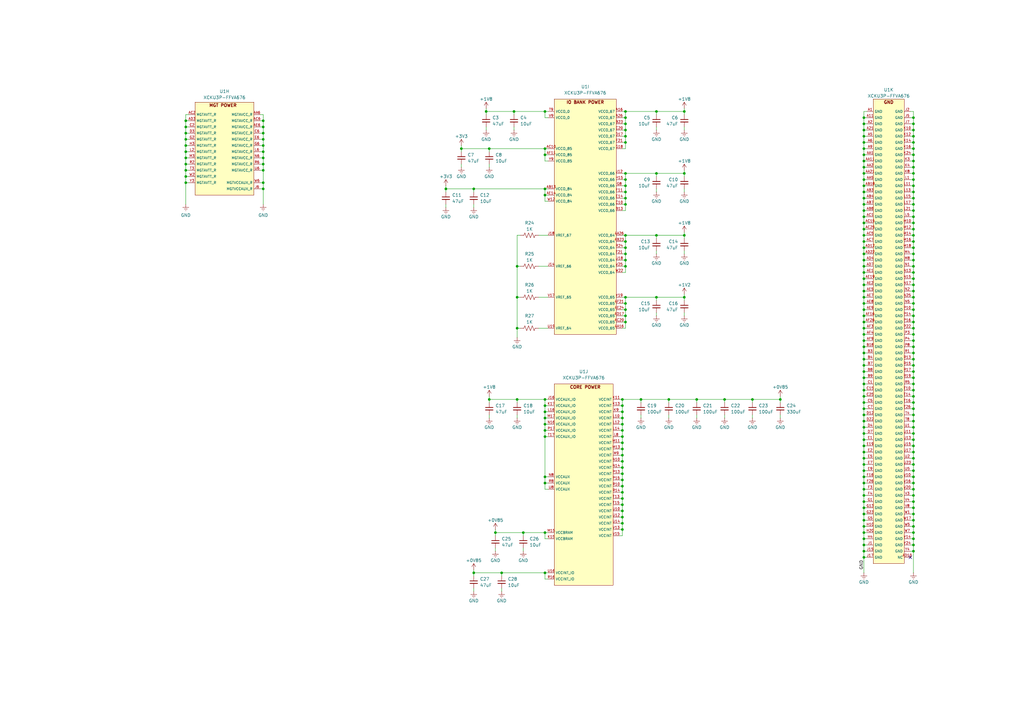
<source format=kicad_sch>
(kicad_sch (version 20231120) (generator "eeschema") (generator_version "8.0")
  (paper "A3")
  (title_block (title "FPGA Power") (date "2024-10-06") (rev "2.0") (company "Drexel University") (comment 1 "Designed by John Hofmeyr"))
  (lib_symbols
    (symbol "Device:C_Small" (pin_numbers hide) (pin_names (offset 0.254) hide)
      (property "Reference" "C" (at 0.254 1.778 0))
      (property "Value" "C_Small" (at 0.254 -2.032 0))
      (symbol "C_Small_1_1"
        (pin passive line (at 0 2.54 270) (length 2.032) (name "~") (number "1"))
        (pin passive line (at 0 -2.54 90) (length 2.032) (name "~") (number "2"))
      )
    )
    (symbol "Device:R_US" (pin_numbers hide) (pin_names (offset 0))
      (property "Reference" "R" (at 2.54 0 90))
      (property "Value" "R_US" (at -2.54 0 90))
      (symbol "R_US_1_1"
        (pin passive line (at 0 3.81 270) (length 1.27) (name "~") (number "1"))
        (pin passive line (at 0 -3.81 90) (length 1.27) (name "~") (number "2"))
      )
    )
    (symbol "FPGA Module:XCKU3P-FFVA676"
      (property "Reference" "U" (at 12.7 3.81 0))
      (property "Value" "XCKU3P-FFVA676" (at 12.7 1.27 0))
      (symbol "XCKU3P-FFVA676_1_0"
        (pin bidirectional line (at -2.54 -58.42 0) (length 2.54) (name "IO_L15P_T2L_N4_AD11P_67") (number "A17"))
        (pin bidirectional line (at -2.54 -55.88 0) (length 2.54) (name "IO_L15N_T2L_N5_AD11N_67") (number "A18"))
        (pin bidirectional line (at -2.54 -50.8 0) (length 2.54) (name "IO_L16N_T2U_N7_QBC_AD3N_67") (number "A19"))
        (pin bidirectional line (at -2.54 -91.44 0) (length 2.54) (name "IO_L8N_T1L_N3_AD5N_67") (number "A20"))
        (pin bidirectional line (at -2.54 -99.06 0) (length 2.54) (name "IO_L7P_T1L_N0_QBC_AD13P_67") (number "A22"))
        (pin bidirectional line (at -2.54 -96.52 0) (length 2.54) (name "IO_L7N_T1L_N1_QBC_AD13N_67") (number "A23"))
        (pin bidirectional line (at -2.54 -134.62 0) (length 2.54) (name "IO_L1P_T0L_N0_DBC_67") (number "A24"))
        (pin bidirectional line (at -2.54 -132.08 0) (length 2.54) (name "IO_L1N_T0L_N1_DBC_67") (number "A25"))
        (pin bidirectional line (at -2.54 -45.72 0) (length 2.54) (name "IO_L17N_T2U_N9_AD10N_67") (number "B16"))
        (pin bidirectional line (at -2.54 -40.64 0) (length 2.54) (name "IO_L18N_T2U_N11_AD2N_67") (number "B17"))
        (pin bidirectional line (at -2.54 -53.34 0) (length 2.54) (name "IO_L16P_T2U_N6_QBC_AD3P_67") (number "B19"))
        (pin bidirectional line (at -2.54 -93.98 0) (length 2.54) (name "IO_L8P_T1L_N2_AD5P_67") (number "B20"))
        (pin bidirectional line (at -2.54 -88.9 0) (length 2.54) (name "IO_L9P_T1L_N4_AD12P_67") (number "B21"))
        (pin bidirectional line (at -2.54 -86.36 0) (length 2.54) (name "IO_L9N_T1L_N5_AD12N_67") (number "B22"))
        (pin bidirectional line (at -2.54 -124.46 0) (length 2.54) (name "IO_L3P_T0L_N4_AD15P_67") (number "B24"))
        (pin bidirectional line (at -2.54 -121.92 0) (length 2.54) (name "IO_L3N_T0L_N5_AD15N_67") (number "B25"))
        (pin bidirectional line (at -2.54 -106.68 0) (length 2.54) (name "IO_L6N_T0U_N11_AD6N_67") (number "B26"))
        (pin bidirectional line (at -2.54 -48.26 0) (length 2.54) (name "IO_L17P_T2U_N8_AD10P_67") (number "C16"))
        (pin bidirectional line (at -2.54 -43.18 0) (length 2.54) (name "IO_L18P_T2U_N10_AD2P_67") (number "C17"))
        (pin bidirectional line (at -2.54 -60.96 0) (length 2.54) (name "IO_L14N_T2L_N3_GC_67") (number "C18"))
        (pin bidirectional line (at -2.54 -66.04 0) (length 2.54) (name "IO_L13N_T2L_N1_GC_QBC_67") (number "C19"))
        (pin bidirectional line (at -2.54 -83.82 0) (length 2.54) (name "IO_L10P_T1U_N6_QBC_AD4P_67") (number "C21"))
        (pin bidirectional line (at -2.54 -81.28 0) (length 2.54) (name "IO_L10N_T1U_N7_QBC_AD4N_67") (number "C22"))
        (pin bidirectional line (at -2.54 -116.84 0) (length 2.54) (name "IO_L4N_T0U_N7_DBC_AD7N_67") (number "C23"))
        (pin bidirectional line (at -2.54 -111.76 0) (length 2.54) (name "IO_L5N_T0U_N9_AD14N_67") (number "C24"))
        (pin bidirectional line (at -2.54 -109.22 0) (length 2.54) (name "IO_L6P_T0U_N10_AD6P_67") (number "C26"))
        (pin bidirectional line (at -2.54 -38.1 0) (length 2.54) (name "IO_T2U_N12_67") (number "D16"))
        (pin bidirectional line (at -2.54 -63.5 0) (length 2.54) (name "IO_L14P_T2L_N2_GC_67") (number "D18"))
        (pin bidirectional line (at -2.54 -68.58 0) (length 2.54) (name "IO_L13P_T2L_N0_GC_QBC_67") (number "D19"))
        (pin bidirectional line (at -2.54 -73.66 0) (length 2.54) (name "IO_L12P_T1U_N10_GC_67") (number "D20"))
        (pin bidirectional line (at -2.54 -71.12 0) (length 2.54) (name "IO_L12N_T1U_N11_GC_67") (number "D21"))
        (pin bidirectional line (at -2.54 -119.38 0) (length 2.54) (name "IO_L4P_T0U_N6_DBC_AD7P_67") (number "D23"))
        (pin bidirectional line (at -2.54 -114.3 0) (length 2.54) (name "IO_L5P_T0U_N8_AD14P_67") (number "D24"))
        (pin bidirectional line (at -2.54 -129.54 0) (length 2.54) (name "IO_L2P_T0L_N2_67") (number "D25"))
        (pin bidirectional line (at -2.54 -127 0) (length 2.54) (name "IO_L2N_T0L_N3_67") (number "D26"))
        (pin bidirectional line (at -2.54 -35.56 0) (length 2.54) (name "IO_T3U_N12_67") (number "E16"))
        (pin bidirectional line (at -2.54 -12.7 0) (length 2.54) (name "IO_L23P_T3U_N8_67") (number "E17"))
        (pin bidirectional line (at -2.54 -10.16 0) (length 2.54) (name "IO_L23N_T3U_N9_67") (number "E18"))
        (pin bidirectional line (at -2.54 -78.74 0) (length 2.54) (name "IO_L11P_T1U_N8_GC_67") (number "E20"))
        (pin bidirectional line (at -2.54 -76.2 0) (length 2.54) (name "IO_L11N_T1U_N9_GC_67") (number "E21"))
        (pin bidirectional line (at -2.54 -101.6 0) (length 2.54) (name "IO_T1U_N12_67") (number "E22"))
        (pin bidirectional line (at -2.54 -104.14 0) (length 2.54) (name "IO_T0U_N12_VRP_67") (number "E23"))
        (pin bidirectional line (at -2.54 -25.4 0) (length 2.54) (name "IO_L20N_T3L_N3_AD1N_67") (number "F17"))
        (pin bidirectional line (at -2.54 -22.86 0) (length 2.54) (name "IO_L21P_T3L_N4_AD8P_67") (number "F18"))
        (pin bidirectional line (at -2.54 -20.32 0) (length 2.54) (name "IO_L21N_T3L_N5_AD8N_67") (number "F19"))
        (pin bidirectional line (at -2.54 -30.48 0) (length 2.54) (name "IO_L19N_T3L_N1_DBC_AD9N_67") (number "F20"))
        (pin bidirectional line (at -2.54 -15.24 0) (length 2.54) (name "IO_L22N_T3U_N7_DBC_AD0N_67") (number "G16"))
        (pin bidirectional line (at -2.54 -27.94 0) (length 2.54) (name "IO_L20P_T3L_N2_AD1P_67") (number "G17"))
        (pin bidirectional line (at -2.54 -33.02 0) (length 2.54) (name "IO_L19P_T3L_N0_DBC_AD9P_67") (number "G19"))
        (pin bidirectional line (at -2.54 -17.78 0) (length 2.54) (name "IO_L22P_T3U_N6_DBC_AD0P_67") (number "H16"))
        (pin bidirectional line (at -2.54 -7.62 0) (length 2.54) (name "IO_L24P_T3U_N10_67") (number "H17"))
        (pin bidirectional line (at -2.54 -5.08 0) (length 2.54) (name "IO_L24N_T3U_N11_67") (number "H18"))
      )
      (symbol "XCKU3P-FFVA676_1_1"
        (text "IO BANK 67" (at 13.97 -1.27 0) (effects (font (size 1.27 1.27) (bold yes))))
      )
      (symbol "XCKU3P-FFVA676_2_0"
        (pin bidirectional line (at -2.54 -40.64 0) (length 2.54) (name "IO_L18N_T2U_N11_AD2N_66") (number "A10"))
        (pin bidirectional line (at -2.54 -106.68 0) (length 2.54) (name "IO_L6N_T0U_N11_AD6N_66") (number "A12"))
        (pin bidirectional line (at -2.54 -109.22 0) (length 2.54) (name "IO_L6P_T0U_N10_AD6P_66") (number "A13"))
        (pin bidirectional line (at -2.54 -116.84 0) (length 2.54) (name "IO_L4N_T0U_N7_DBC_AD7N_66") (number "A14"))
        (pin bidirectional line (at -2.54 -127 0) (length 2.54) (name "IO_L2N_T0L_N3_66") (number "A15"))
        (pin bidirectional line (at -2.54 -43.18 0) (length 2.54) (name "IO_L18P_T2U_N10_AD2P_66") (number "B10"))
        (pin bidirectional line (at -2.54 -50.8 0) (length 2.54) (name "IO_L16N_T2U_N7_QBC_AD3N_66") (number "B11"))
        (pin bidirectional line (at -2.54 -111.76 0) (length 2.54) (name "IO_L5N_T0U_N9_AD14N_66") (number "B12"))
        (pin bidirectional line (at -2.54 -119.38 0) (length 2.54) (name "IO_L4P_T0U_N6_DBC_AD7P_66") (number "B14"))
        (pin bidirectional line (at -2.54 -129.54 0) (length 2.54) (name "IO_L2P_T0L_N2_66") (number "B15"))
        (pin bidirectional line (at -2.54 -53.34 0) (length 2.54) (name "IO_L16P_T2U_N6_QBC_AD3P_66") (number "C11"))
        (pin bidirectional line (at -2.54 -114.3 0) (length 2.54) (name "IO_L5P_T0U_N8_AD14P_66") (number "C12"))
        (pin bidirectional line (at -2.54 -121.92 0) (length 2.54) (name "IO_L3N_T0L_N5_AD15N_66") (number "C13"))
        (pin bidirectional line (at -2.54 -132.08 0) (length 2.54) (name "IO_L1N_T0L_N1_DBC_66") (number "C14"))
        (pin bidirectional line (at -2.54 -55.88 0) (length 2.54) (name "IO_L15N_T2L_N5_AD11N_66") (number "C8"))
        (pin bidirectional line (at -2.54 -58.42 0) (length 2.54) (name "IO_L15P_T2L_N4_AD11P_66") (number "C9"))
        (pin bidirectional line (at -2.54 -66.04 0) (length 2.54) (name "IO_L13N_T2L_N1_GC_QBC_66") (number "D10"))
        (pin bidirectional line (at -2.54 -60.96 0) (length 2.54) (name "IO_L14N_T2L_N3_GC_66") (number "D11"))
        (pin bidirectional line (at -2.54 -124.46 0) (length 2.54) (name "IO_L3P_T0L_N4_AD15P_66") (number "D13"))
        (pin bidirectional line (at -2.54 -134.62 0) (length 2.54) (name "IO_L1P_T0L_N0_DBC_66") (number "D14"))
        (pin bidirectional line (at -2.54 -104.14 0) (length 2.54) (name "IO_T0U_N12_VRP_66") (number "D15"))
        (pin bidirectional line (at -2.54 -45.72 0) (length 2.54) (name "IO_L17N_T2U_N9_AD10N_66") (number "D8"))
        (pin bidirectional line (at -2.54 -38.1 0) (length 2.54) (name "IO_T2U_N12_66") (number "D9"))
        (pin bidirectional line (at -2.54 -68.58 0) (length 2.54) (name "IO_L13P_T2L_N0_GC_QBC_66") (number "E10"))
        (pin bidirectional line (at -2.54 -63.5 0) (length 2.54) (name "IO_L14P_T2L_N2_GC_66") (number "E11"))
        (pin bidirectional line (at -2.54 -71.12 0) (length 2.54) (name "IO_L12N_T1U_N11_GC_66") (number "E12"))
        (pin bidirectional line (at -2.54 -73.66 0) (length 2.54) (name "IO_L12P_T1U_N10_GC_66") (number "E13"))
        (pin bidirectional line (at -2.54 -101.6 0) (length 2.54) (name "IO_T1U_N12_66") (number "E15"))
        (pin bidirectional line (at -2.54 -48.26 0) (length 2.54) (name "IO_L17P_T2U_N8_AD10P_66") (number "E8"))
        (pin bidirectional line (at -2.54 -15.24 0) (length 2.54) (name "IO_L22N_T3U_N7_DBC_AD0N_66") (number "F10"))
        (pin bidirectional line (at -2.54 -76.2 0) (length 2.54) (name "IO_L11N_T1U_N9_GC_66") (number "F12"))
        (pin bidirectional line (at -2.54 -81.28 0) (length 2.54) (name "IO_L10N_T1U_N7_QBC_AD4N_66") (number "F13"))
        (pin bidirectional line (at -2.54 -83.82 0) (length 2.54) (name "IO_L10P_T1U_N6_QBC_AD4P_66") (number "F14"))
        (pin bidirectional line (at -2.54 -91.44 0) (length 2.54) (name "IO_L8N_T1L_N3_AD5N_66") (number "F15"))
        (pin bidirectional line (at -2.54 -25.4 0) (length 2.54) (name "IO_L20N_T3L_N3_AD1N_66") (number "F8"))
        (pin bidirectional line (at -2.54 -27.94 0) (length 2.54) (name "IO_L20P_T3L_N2_AD1P_66") (number "F9"))
        (pin bidirectional line (at -2.54 -7.62 0) (length 2.54) (name "IO_L24P_T3U_N10_66") (number "G10"))
        (pin bidirectional line (at -2.54 -17.78 0) (length 2.54) (name "IO_L22P_T3U_N6_DBC_AD0P_66") (number "G11"))
        (pin bidirectional line (at -2.54 -78.74 0) (length 2.54) (name "IO_L11P_T1U_N8_GC_66") (number "G12"))
        (pin bidirectional line (at -2.54 -96.52 0) (length 2.54) (name "IO_L7N_T1L_N1_QBC_AD13N_66") (number "G14"))
        (pin bidirectional line (at -2.54 -93.98 0) (length 2.54) (name "IO_L8P_T1L_N2_AD5P_66") (number "G15"))
        (pin bidirectional line (at -2.54 -5.08 0) (length 2.54) (name "IO_L24N_T3U_N11_66") (number "G9"))
        (pin bidirectional line (at -2.54 -10.16 0) (length 2.54) (name "IO_L23N_T3U_N9_66") (number "H11"))
        (pin bidirectional line (at -2.54 -35.56 0) (length 2.54) (name "IO_T3U_N12_66") (number "H12"))
        (pin bidirectional line (at -2.54 -86.36 0) (length 2.54) (name "IO_L9N_T1L_N5_AD12N_66") (number "H13"))
        (pin bidirectional line (at -2.54 -99.06 0) (length 2.54) (name "IO_L7P_T1L_N0_QBC_AD13P_66") (number "H14"))
        (pin bidirectional line (at -2.54 -30.48 0) (length 2.54) (name "IO_L19N_T3L_N1_DBC_AD9N_66") (number "H8"))
        (pin bidirectional line (at -2.54 -33.02 0) (length 2.54) (name "IO_L19P_T3L_N0_DBC_AD9P_66") (number "H9"))
        (pin bidirectional line (at -2.54 -22.86 0) (length 2.54) (name "IO_L21P_T3L_N4_AD8P_66") (number "J10"))
        (pin bidirectional line (at -2.54 -12.7 0) (length 2.54) (name "IO_L23P_T3U_N8_66") (number "J11"))
        (pin bidirectional line (at -2.54 -88.9 0) (length 2.54) (name "IO_L9P_T1L_N4_AD12P_66") (number "J13"))
        (pin bidirectional line (at -2.54 -20.32 0) (length 2.54) (name "IO_L21N_T3L_N5_AD8N_66") (number "J9"))
      )
      (symbol "XCKU3P-FFVA676_2_1"
        (text "IO BANK 66\n" (at 13.97 -1.27 0) (effects (font (size 1.27 1.27) (bold yes))))
      )
      (symbol "XCKU3P-FFVA676_3_0"
        (pin bidirectional line (at -2.54 -109.22 0) (length 2.54) (name "IO_T1U_N12_SMBALERT_65") (number "AA17"))
        (pin bidirectional line (at -2.54 -38.1 0) (length 2.54) (name "IO_T2U_N12_CSI_ADV_B_65") (number "AA18"))
        (pin bidirectional line (at -2.54 -68.58 0) (length 2.54) (name "IO_L13P_T2L_N0_GC_QBC_A06_D22_65") (number "AA19"))
        (pin bidirectional line (at -2.54 -66.04 0) (length 2.54) (name "IO_L13N_T2L_N1_GC_QBC_A07_D23_65") (number "AA20"))
        (pin bidirectional line (at -2.54 -106.68 0) (length 2.54) (name "IO_T0U_N12_VRP_A28_65") (number "AB16"))
        (pin bidirectional line (at -2.54 -81.28 0) (length 2.54) (name "IO_L2P_T0L_N2_FOE_B_65") (number "AB17"))
        (pin bidirectional line (at -2.54 -63.5 0) (length 2.54) (name "IO_L14P_T2L_N2_GC_A04_D20_65") (number "AB19"))
        (pin bidirectional line (at -2.54 -60.96 0) (length 2.54) (name "IO_L14N_T2L_N3_GC_A05_D21_65") (number "AB20"))
        (pin bidirectional line (at -2.54 -48.26 0) (length 2.54) (name "IO_L17P_T2U_N8_AD10P_D14_65") (number "AB21"))
        (pin bidirectional line (at -2.54 -76.2 0) (length 2.54) (name "IO_L1P_T0L_N0_DBC_RS0_65") (number "AC16"))
        (pin bidirectional line (at -2.54 -83.82 0) (length 2.54) (name "IO_L2N_T0L_N3_FWE_FCS2_B_65") (number "AC17"))
        (pin bidirectional line (at -2.54 -96.52 0) (length 2.54) (name "IO_L5P_T0U_N8_AD14P_A22_65") (number "AC18"))
        (pin bidirectional line (at -2.54 -58.42 0) (length 2.54) (name "IO_L15P_T2L_N4_AD11P_A02_D18_65") (number "AC19"))
        (pin bidirectional line (at -2.54 -45.72 0) (length 2.54) (name "IO_L17N_T2U_N9_AD10N_D15_65") (number "AC21"))
        (pin bidirectional line (at -2.54 -35.56 0) (length 2.54) (name "IO_T3U_N12_PERSTN0_65") (number "AC22"))
        (pin bidirectional line (at -2.54 -78.74 0) (length 2.54) (name "IO_L1N_T0L_N1_DBC_RS1_65") (number "AD16"))
        (pin bidirectional line (at -2.54 -99.06 0) (length 2.54) (name "IO_L5N_T0U_N9_AD14N_A23_65") (number "AD18"))
        (pin bidirectional line (at -2.54 -55.88 0) (length 2.54) (name "IO_L15N_T2L_N5_AD11N_A03_D19_65") (number "AD19"))
        (pin bidirectional line (at -2.54 -43.18 0) (length 2.54) (name "IO_L18P_T2U_N10_AD2P_D12_65") (number "AD20"))
        (pin bidirectional line (at -2.54 -40.64 0) (length 2.54) (name "IO_L18N_T2U_N11_AD2N_D13_65") (number "AD21"))
        (pin bidirectional line (at -2.54 -12.7 0) (length 2.54) (name "IO_L23P_T3U_N8_I2C_SCLK_65") (number "AD23"))
        (pin bidirectional line (at -2.54 -7.62 0) (length 2.54) (name "IO_L24P_T3U_N10_EMCCLK_65") (number "AD24"))
        (pin bidirectional line (at -2.54 -5.08 0) (length 2.54) (name "IO_L24N_T3U_N11_DOUT_CSO_B_65") (number "AD25"))
        (pin bidirectional line (at -2.54 -17.78 0) (length 2.54) (name "IO_L22P_T3U_N6_DBC_AD0P_D04_65") (number "AD26"))
        (pin bidirectional line (at -2.54 -86.36 0) (length 2.54) (name "IO_L3P_T0L_N4_AD15P_A26_65") (number "AE17"))
        (pin bidirectional line (at -2.54 -88.9 0) (length 2.54) (name "IO_L3N_T0L_N5_AD15N_A27_65") (number "AE18"))
        (pin bidirectional line (at -2.54 -53.34 0) (length 2.54) (name "IO_L16P_T2U_N6_QBC_AD3P_A00_D16_65") (number "AE20"))
        (pin bidirectional line (at -2.54 -50.8 0) (length 2.54) (name "IO_L16N_T2U_N7_QBC_AD3N_A01_D17_65") (number "AE21"))
        (pin bidirectional line (at -2.54 -33.02 0) (length 2.54) (name "IO_L19P_T3L_N0_DBC_AD9P_D10_65") (number "AE22"))
        (pin bidirectional line (at -2.54 -10.16 0) (length 2.54) (name "IO_L23N_T3U_N9_PERSTN1_I2C_SDA_65") (number "AE23"))
        (pin bidirectional line (at -2.54 -27.94 0) (length 2.54) (name "IO_L20P_T3L_N2_AD1P_D08_65") (number "AE25"))
        (pin bidirectional line (at -2.54 -15.24 0) (length 2.54) (name "IO_L22N_T3U_N7_DBC_AD0N_D05_65") (number "AE26"))
        (pin bidirectional line (at -2.54 -101.6 0) (length 2.54) (name "IO_L6P_T0U_N10_AD6P_A20_65") (number "AF17"))
        (pin bidirectional line (at -2.54 -104.14 0) (length 2.54) (name "IO_L6N_T0U_N11_AD6N_A21_65") (number "AF18"))
        (pin bidirectional line (at -2.54 -91.44 0) (length 2.54) (name "IO_L4P_T0U_N6_DBC_AD7P_A24_65") (number "AF19"))
        (pin bidirectional line (at -2.54 -93.98 0) (length 2.54) (name "IO_L4N_T0U_N7_DBC_AD7N_A25_65") (number "AF20"))
        (pin bidirectional line (at -2.54 -30.48 0) (length 2.54) (name "IO_L19N_T3L_N1_DBC_AD9N_D11_65") (number "AF22"))
        (pin bidirectional line (at -2.54 -22.86 0) (length 2.54) (name "IO_L21P_T3L_N4_AD8P_D06_65") (number "AF23"))
        (pin bidirectional line (at -2.54 -20.32 0) (length 2.54) (name "IO_L21N_T3L_N5_AD8N_D07_65") (number "AF24"))
        (pin bidirectional line (at -2.54 -25.4 0) (length 2.54) (name "IO_L20N_T3L_N3_AD1N_D09_65") (number "AF25"))
        (pin bidirectional line (at -2.54 -127 0) (length 2.54) (name "IO_L10P_T1U_N6_QBC_AD4P_A12_D28_65") (number "V18"))
        (pin bidirectional line (at -2.54 -129.54 0) (length 2.54) (name "IO_L10N_T1U_N7_QBC_AD4N_A13_D29_65") (number "V19"))
        (pin bidirectional line (at -2.54 -111.76 0) (length 2.54) (name "IO_L7P_T1L_N0_QBC_AD13P_A18_65") (number "W16"))
        (pin bidirectional line (at -2.54 -121.92 0) (length 2.54) (name "IO_L9P_T1L_N4_AD12P_A14_D30_65") (number "W18"))
        (pin bidirectional line (at -2.54 -124.46 0) (length 2.54) (name "IO_L9N_T1L_N5_AD12N_A15_D31_65") (number "W19"))
        (pin bidirectional line (at -2.54 -73.66 0) (length 2.54) (name "IO_L12P_T1U_N10_GC_A08_D24_65") (number "W20"))
        (pin bidirectional line (at -2.54 -116.84 0) (length 2.54) (name "IO_L8P_T1L_N2_AD5P_A16_65") (number "W21"))
        (pin bidirectional line (at -2.54 -114.3 0) (length 2.54) (name "IO_L7N_T1L_N1_QBC_AD13N_A19_65") (number "Y16"))
        (pin bidirectional line (at -2.54 -132.08 0) (length 2.54) (name "IO_L11P_T1U_N8_GC_A10_D26_65") (number "Y17"))
        (pin bidirectional line (at -2.54 -134.62 0) (length 2.54) (name "IO_L11N_T1U_N9_GC_A11_D27_65") (number "Y18"))
        (pin bidirectional line (at -2.54 -71.12 0) (length 2.54) (name "IO_L12N_T1U_N11_GC_A09_D25_65") (number "Y20"))
        (pin bidirectional line (at -2.54 -119.38 0) (length 2.54) (name "IO_L8N_T1L_N3_AD5N_A17_65") (number "Y21"))
      )
      (symbol "XCKU3P-FFVA676_3_1"
        (text "IO BANK 65\n" (at 16.51 -1.27 0) (effects (font (size 1.27 1.27) (bold yes))))
      )
      (symbol "XCKU3P-FFVA676_4_0"
        (pin bidirectional line (at -2.54 -15.24 0) (length 2.54) (name "IO_L3P_T0L_N4_AD15P_64") (number "AA22"))
        (pin bidirectional line (at -2.54 -27.94 0) (length 2.54) (name "IO_L5N_T0U_N9_AD14N_64") (number "AA23"))
        (pin bidirectional line (at -2.54 -5.08 0) (length 2.54) (name "IO_L1P_T0L_N0_DBC_64") (number "AA24"))
        (pin bidirectional line (at -2.54 -20.32 0) (length 2.54) (name "IO_L4P_T0U_N6_DBC_AD7P_64") (number "AA25"))
        (pin bidirectional line (at -2.54 -17.78 0) (length 2.54) (name "IO_L3N_T0L_N5_AD15N_64") (number "AB22"))
        (pin bidirectional line (at -2.54 -7.62 0) (length 2.54) (name "IO_L1N_T0L_N1_DBC_64") (number "AB24"))
        (pin bidirectional line (at -2.54 -22.86 0) (length 2.54) (name "IO_L4N_T0U_N7_DBC_AD7N_64") (number "AB25"))
        (pin bidirectional line (at -2.54 -10.16 0) (length 2.54) (name "IO_L2P_T0L_N2_64") (number "AB26"))
        (pin bidirectional line (at -2.54 -30.48 0) (length 2.54) (name "IO_L6P_T0U_N10_AD6P_64") (number "AC23"))
        (pin bidirectional line (at -2.54 -33.02 0) (length 2.54) (name "IO_L6N_T0U_N11_AD6N_64") (number "AC24"))
        (pin bidirectional line (at -2.54 -12.7 0) (length 2.54) (name "IO_L2N_T0L_N3_64") (number "AC26"))
        (pin bidirectional line (at -2.54 -116.84 0) (length 2.54) (name "IO_L21P_T3L_N4_AD8P_64") (number "P18"))
        (pin bidirectional line (at -2.54 -119.38 0) (length 2.54) (name "IO_L21N_T3L_N5_AD8N_64") (number "P19"))
        (pin bidirectional line (at -2.54 -127 0) (length 2.54) (name "IO_L23P_T3U_N8_64") (number "P20"))
        (pin bidirectional line (at -2.54 -111.76 0) (length 2.54) (name "IO_L20P_T3L_N2_AD1P_64") (number "P21"))
        (pin bidirectional line (at -2.54 -91.44 0) (length 2.54) (name "IO_L17P_T2U_N8_AD10P_64") (number "P23"))
        (pin bidirectional line (at -2.54 -93.98 0) (length 2.54) (name "IO_L17N_T2U_N9_AD10N_64") (number "P24"))
        (pin bidirectional line (at -2.54 -96.52 0) (length 2.54) (name "IO_L18P_T2U_N10_AD2P_64") (number "P25"))
        (pin bidirectional line (at -2.54 -81.28 0) (length 2.54) (name "IO_L15P_T2L_N4_AD11P_64") (number "P26"))
        (pin bidirectional line (at -2.54 -106.68 0) (length 2.54) (name "IO_L19P_T3L_N0_DBC_AD9P_64") (number "R18"))
        (pin bidirectional line (at -2.54 -129.54 0) (length 2.54) (name "IO_L23N_T3U_N9_64") (number "R20"))
        (pin bidirectional line (at -2.54 -114.3 0) (length 2.54) (name "IO_L20N_T3L_N3_AD1N_64") (number "R21"))
        (pin bidirectional line (at -2.54 -86.36 0) (length 2.54) (name "IO_L16P_T2U_N6_QBC_AD3P_64") (number "R22"))
        (pin bidirectional line (at -2.54 -88.9 0) (length 2.54) (name "IO_L16N_T2U_N7_QBC_AD3N_64") (number "R23"))
        (pin bidirectional line (at -2.54 -99.06 0) (length 2.54) (name "IO_L18N_T2U_N11_AD2N_64") (number "R25"))
        (pin bidirectional line (at -2.54 -83.82 0) (length 2.54) (name "IO_L15N_T2L_N5_AD11N_64") (number "R26"))
        (pin bidirectional line (at -2.54 -109.22 0) (length 2.54) (name "IO_L19N_T3L_N1_DBC_AD9N_64") (number "T18"))
        (pin bidirectional line (at -2.54 -121.92 0) (length 2.54) (name "IO_L22P_T3U_N6_DBC_AD0P_64") (number "T19"))
        (pin bidirectional line (at -2.54 -124.46 0) (length 2.54) (name "IO_L22N_T3U_N7_DBC_AD0N_64") (number "T20"))
        (pin bidirectional line (at -2.54 -76.2 0) (length 2.54) (name "IO_L14P_T2L_N2_GC_64") (number "T22"))
        (pin bidirectional line (at -2.54 -71.12 0) (length 2.54) (name "IO_L13P_T2L_N0_GC_QBC_64") (number "T23"))
        (pin bidirectional line (at -2.54 -73.66 0) (length 2.54) (name "IO_L13N_T2L_N1_GC_QBC_64") (number "T24"))
        (pin bidirectional line (at -2.54 -101.6 0) (length 2.54) (name "IO_T2U_N12_64") (number "T25"))
        (pin bidirectional line (at -2.54 -132.08 0) (length 2.54) (name "IO_L24P_T3U_N10_64") (number "U20"))
        (pin bidirectional line (at -2.54 -134.62 0) (length 2.54) (name "IO_L24N_T3U_N11_64") (number "U21"))
        (pin bidirectional line (at -2.54 -78.74 0) (length 2.54) (name "IO_L14N_T2L_N3_GC_64") (number "U22"))
        (pin bidirectional line (at -2.54 -60.96 0) (length 2.54) (name "IO_L11P_T1U_N8_GC_64") (number "U24"))
        (pin bidirectional line (at -2.54 -38.1 0) (length 2.54) (name "IO_T1U_N12_64") (number "U25"))
        (pin bidirectional line (at -2.54 -55.88 0) (length 2.54) (name "IO_L10P_T1U_N6_QBC_AD4P_64") (number "U26"))
        (pin bidirectional line (at -2.54 -104.14 0) (length 2.54) (name "IO_T3U_N12_64") (number "V21"))
        (pin bidirectional line (at -2.54 -66.04 0) (length 2.54) (name "IO_L12P_T1U_N10_GC_64") (number "V22"))
        (pin bidirectional line (at -2.54 -68.58 0) (length 2.54) (name "IO_L12N_T1U_N11_GC_64") (number "V23"))
        (pin bidirectional line (at -2.54 -63.5 0) (length 2.54) (name "IO_L11N_T1U_N9_GC_64") (number "V24"))
        (pin bidirectional line (at -2.54 -58.42 0) (length 2.54) (name "IO_L10N_T1U_N7_QBC_AD4N_64") (number "V26"))
        (pin bidirectional line (at -2.54 -40.64 0) (length 2.54) (name "IO_L7P_T1L_N0_QBC_AD13P_64") (number "W23"))
        (pin bidirectional line (at -2.54 -43.18 0) (length 2.54) (name "IO_L7N_T1L_N1_QBC_AD13N_64") (number "W24"))
        (pin bidirectional line (at -2.54 -45.72 0) (length 2.54) (name "IO_L8P_T1L_N2_AD5P_64") (number "W25"))
        (pin bidirectional line (at -2.54 -48.26 0) (length 2.54) (name "IO_L8N_T1L_N3_AD5N_64") (number "W26"))
        (pin bidirectional line (at -2.54 -35.56 0) (length 2.54) (name "IO_T0U_N12_VRP_64") (number "Y22"))
        (pin bidirectional line (at -2.54 -25.4 0) (length 2.54) (name "IO_L5P_T0U_N8_AD14P_64") (number "Y23"))
        (pin bidirectional line (at -2.54 -50.8 0) (length 2.54) (name "IO_L9P_T1L_N4_AD12P_64") (number "Y25"))
        (pin bidirectional line (at -2.54 -53.34 0) (length 2.54) (name "IO_L9N_T1L_N5_AD12N_64") (number "Y26"))
      )
      (symbol "XCKU3P-FFVA676_4_1"
        (text "IO BANK 64\n" (at 13.97 -1.27 0) (effects (font (size 1.27 1.27) (bold yes))))
      )
      (symbol "XCKU3P-FFVA676_5_0"
        (pin bidirectional line (at -2.54 -35.56 0) (length 2.54) (name "IO_L7P_HDGC_85") (number "AA10"))
        (pin bidirectional line (at -2.54 -48.26 0) (length 2.54) (name "IO_L9N_AD11N_85") (number "AA8"))
        (pin bidirectional line (at -2.54 -38.1 0) (length 2.54) (name "IO_L7N_HDGC_85") (number "AA9"))
        (pin bidirectional line (at -2.54 -30.48 0) (length 2.54) (name "IO_L6P_HDGC_85") (number "AB10"))
        (pin bidirectional line (at -2.54 -33.02 0) (length 2.54) (name "IO_L6N_HDGC_85") (number "AB9"))
        (pin bidirectional line (at -2.54 -7.62 0) (length 2.54) (name "IO_L1N_AD15N_85") (number "AC11"))
        (pin bidirectional line (at -2.54 -5.08 0) (length 2.54) (name "IO_L1P_AD15P_85") (number "AC12"))
        (pin bidirectional line (at -2.54 -25.4 0) (length 2.54) (name "IO_L5P_HDGC_85") (number "AC8"))
        (pin bidirectional line (at -2.54 -15.24 0) (length 2.54) (name "IO_L3P_AD13P_85") (number "AC9"))
        (pin bidirectional line (at -2.54 -10.16 0) (length 2.54) (name "IO_L2P_AD14P_85") (number "AD11"))
        (pin bidirectional line (at -2.54 -27.94 0) (length 2.54) (name "IO_L5N_HDGC_85") (number "AD8"))
        (pin bidirectional line (at -2.54 -17.78 0) (length 2.54) (name "IO_L3N_AD13N_85") (number "AD9"))
        (pin bidirectional line (at -2.54 -20.32 0) (length 2.54) (name "IO_L4P_AD12P_85") (number "AE10"))
        (pin bidirectional line (at -2.54 -12.7 0) (length 2.54) (name "IO_L2N_AD14N_85") (number "AE11"))
        (pin bidirectional line (at -2.54 -22.86 0) (length 2.54) (name "IO_L4N_AD12N_85") (number "AF10"))
        (pin bidirectional line (at -2.54 -53.34 0) (length 2.54) (name "IO_L10N_AD10N_85") (number "V11"))
        (pin bidirectional line (at -2.54 -50.8 0) (length 2.54) (name "IO_L10P_AD10P_85") (number "V12"))
        (pin bidirectional line (at -2.54 -63.5 0) (length 2.54) (name "IO_L12N_AD8N_85") (number "W10"))
        (pin bidirectional line (at -2.54 -60.96 0) (length 2.54) (name "IO_L12P_AD8P_85") (number "W11"))
        (pin bidirectional line (at -2.54 -58.42 0) (length 2.54) (name "IO_L11N_AD9N_85") (number "W8"))
        (pin bidirectional line (at -2.54 -55.88 0) (length 2.54) (name "IO_L11P_AD9P_85") (number "W9"))
        (pin bidirectional line (at -2.54 -43.18 0) (length 2.54) (name "IO_L8N_HDGC_85") (number "Y10"))
        (pin bidirectional line (at -2.54 -40.64 0) (length 2.54) (name "IO_L8P_HDGC_85") (number "Y11"))
        (pin bidirectional line (at -2.54 -45.72 0) (length 2.54) (name "IO_L9P_AD11P_85") (number "Y8"))
      )
      (symbol "XCKU3P-FFVA676_5_1"
        (text "IO BANK 85" (at 12.7 -1.27 0) (effects (font (size 1.27 1.27) (bold yes))))
      )
      (symbol "XCKU3P-FFVA676_6_0"
        (pin bidirectional line (at -2.54 -58.42 0) (length 2.54) (name "IO_L11N_AD1N_84") (number "AA12"))
        (pin bidirectional line (at -2.54 -55.88 0) (length 2.54) (name "IO_L11P_AD1P_84") (number "AA13"))
        (pin bidirectional line (at -2.54 -45.72 0) (length 2.54) (name "IO_L9P_AD3P_84") (number "AA14"))
        (pin bidirectional line (at -2.54 -35.56 0) (length 2.54) (name "IO_L7P_HDGC_AD5P_84") (number "AA15"))
        (pin bidirectional line (at -2.54 -63.5 0) (length 2.54) (name "IO_L12N_AD0N_84") (number "AB11"))
        (pin bidirectional line (at -2.54 -60.96 0) (length 2.54) (name "IO_L12P_AD0P_84") (number "AB12"))
        (pin bidirectional line (at -2.54 -48.26 0) (length 2.54) (name "IO_L9N_AD3N_84") (number "AB14"))
        (pin bidirectional line (at -2.54 -38.1 0) (length 2.54) (name "IO_L7N_HDGC_AD5N_84") (number "AB15"))
        (pin bidirectional line (at -2.54 -27.94 0) (length 2.54) (name "IO_L5N_HDGC_AD7N_84") (number "AC13"))
        (pin bidirectional line (at -2.54 -25.4 0) (length 2.54) (name "IO_L5P_HDGC_AD7P_84") (number "AC14"))
        (pin bidirectional line (at -2.54 -33.02 0) (length 2.54) (name "IO_L6N_HDGC_AD6N_84") (number "AD13"))
        (pin bidirectional line (at -2.54 -30.48 0) (length 2.54) (name "IO_L6P_HDGC_AD6P_84") (number "AD14"))
        (pin bidirectional line (at -2.54 -15.24 0) (length 2.54) (name "IO_L3P_AD9P_84") (number "AD15"))
        (pin bidirectional line (at -2.54 -20.32 0) (length 2.54) (name "IO_L4P_AD8P_84") (number "AE12"))
        (pin bidirectional line (at -2.54 -17.78 0) (length 2.54) (name "IO_L3N_AD9N_84") (number "AE15"))
        (pin bidirectional line (at -2.54 -5.08 0) (length 2.54) (name "IO_L1P_AD11P_84") (number "AE16"))
        (pin bidirectional line (at -2.54 -22.86 0) (length 2.54) (name "IO_L4N_AD8N_84") (number "AF12"))
        (pin bidirectional line (at -2.54 -12.7 0) (length 2.54) (name "IO_L2N_AD10N_84") (number "AF13"))
        (pin bidirectional line (at -2.54 -10.16 0) (length 2.54) (name "IO_L2P_AD10P_84") (number "AF14"))
        (pin bidirectional line (at -2.54 -7.62 0) (length 2.54) (name "IO_L1N_AD11N_84") (number "AF15"))
        (pin bidirectional line (at -2.54 -53.34 0) (length 2.54) (name "IO_L10N_AD2N_84") (number "W13"))
        (pin bidirectional line (at -2.54 -50.8 0) (length 2.54) (name "IO_L10P_AD2P_84") (number "W14"))
        (pin bidirectional line (at -2.54 -40.64 0) (length 2.54) (name "IO_L8P_HDGC_AD4P_84") (number "W15"))
        (pin bidirectional line (at -2.54 -43.18 0) (length 2.54) (name "IO_L8N_HDGC_AD4N_84") (number "Y15"))
      )
      (symbol "XCKU3P-FFVA676_6_1"
        (text "IO BANK 84" (at 12.7 -1.27 0) (effects (font (size 1.27 1.27) (bold yes))))
      )
      (symbol "XCKU3P-FFVA676_7_0"
        (pin input line (at -2.54 -121.92 0) (length 2.54) (name "MGTYRXN3_227") (number "A3"))
        (pin input line (at -2.54 -111.76 0) (length 2.54) (name "MGTYRXP3_227") (number "A4"))
        (pin output line (at 55.88 -114.3 180) (length 2.54) (name "MGTYTXN3_227") (number "A7"))
        (pin output line (at 55.88 -124.46 180) (length 2.54) (name "MGTYTXP3_227") (number "A8"))
        (pin output line (at 55.88 -38.1 180) (length 2.54) (name "MGTYTXN0_225") (number "AA3"))
        (pin output line (at 55.88 -48.26 180) (length 2.54) (name "MGTYTXP0_225") (number "AA4"))
        (pin input line (at -2.54 -12.7 0) (length 2.54) (name "MGTYRXN3_224") (number "AB1"))
        (pin input line (at -2.54 -22.86 0) (length 2.54) (name "MGTYRXP3_224") (number "AB2"))
        (pin output line (at 55.88 -12.7 180) (length 2.54) (name "MGTYTXN3_224") (number "AB5"))
        (pin output line (at 55.88 -22.86 180) (length 2.54) (name "MGTYTXP3_224") (number "AB6"))
        (pin output line (at 55.88 -10.16 180) (length 2.54) (name "MGTYTXN2_224") (number "AC3"))
        (pin output line (at 55.88 -20.32 180) (length 2.54) (name "MGTYTXP2_224") (number "AC4"))
        (pin input line (at -2.54 -10.16 0) (length 2.54) (name "MGTYRXN2_224") (number "AD1"))
        (pin input line (at -2.54 -20.32 0) (length 2.54) (name "MGTYRXP2_224") (number "AD2"))
        (pin output line (at 55.88 -7.62 180) (length 2.54) (name "MGTYTXN1_224") (number "AD5"))
        (pin output line (at 55.88 -17.78 180) (length 2.54) (name "MGTYTXP1_224") (number "AD6"))
        (pin input line (at -2.54 -7.62 0) (length 2.54) (name "MGTYRXN1_224") (number "AE3"))
        (pin input line (at -2.54 -17.78 0) (length 2.54) (name "MGTYRXP1_224") (number "AE4"))
        (pin input line (at -2.54 -5.08 0) (length 2.54) (name "MGTYRXN0_224") (number "AF1"))
        (pin input line (at -2.54 -15.24 0) (length 2.54) (name "MGTYRXP0_224") (number "AF2"))
        (pin output line (at 55.88 -5.08 180) (length 2.54) (name "MGTYTXN0_224") (number "AF5"))
        (pin output line (at 55.88 -15.24 180) (length 2.54) (name "MGTYTXP0_224") (number "AF6"))
        (pin input line (at -2.54 -134.62 0) (length 2.54) (name "MGTRREF_R") (number "AF7"))
        (pin bidirectional line (at 55.88 -139.7 180) (length 2.54) (name "MGTAVTTRCAL_R") (number "AF8"))
        (pin input line (at -2.54 -119.38 0) (length 2.54) (name "MGTYRXN2_227") (number "B1"))
        (pin input line (at -2.54 -109.22 0) (length 2.54) (name "MGTYRXP2_227") (number "B2"))
        (pin output line (at 55.88 -111.76 180) (length 2.54) (name "MGTYTXN2_227") (number "B5"))
        (pin output line (at 55.88 -121.92 180) (length 2.54) (name "MGTYTXP2_227") (number "B6"))
        (pin input line (at -2.54 -116.84 0) (length 2.54) (name "MGTYRXN1_227") (number "C3"))
        (pin input line (at -2.54 -106.68 0) (length 2.54) (name "MGTYRXP1_227") (number "C4"))
        (pin input line (at -2.54 -114.3 0) (length 2.54) (name "MGTYRXN0_227") (number "D1"))
        (pin input line (at -2.54 -104.14 0) (length 2.54) (name "MGTYRXP0_227") (number "D2"))
        (pin output line (at 55.88 -109.22 180) (length 2.54) (name "MGTYTXN1_227") (number "D5"))
        (pin output line (at 55.88 -119.38 180) (length 2.54) (name "MGTYTXP1_227") (number "D6"))
        (pin output line (at 55.88 -106.68 180) (length 2.54) (name "MGTYTXN0_227") (number "E3"))
        (pin output line (at 55.88 -116.84 180) (length 2.54) (name "MGTYTXP0_227") (number "E4"))
        (pin input line (at -2.54 -88.9 0) (length 2.54) (name "MGTYRXN3_226") (number "F1"))
        (pin input line (at -2.54 -78.74 0) (length 2.54) (name "MGTYRXP3_226") (number "F2"))
        (pin input line (at -2.54 -127 0) (length 2.54) (name "MGTREFCLK1N_227") (number "F5"))
        (pin input line (at -2.54 -124.46 0) (length 2.54) (name "MGTREFCLK1P_227") (number "F6"))
        (pin output line (at 55.88 -76.2 180) (length 2.54) (name "MGTYTXN3_226") (number "G3"))
        (pin output line (at 55.88 -86.36 180) (length 2.54) (name "MGTYTXP3_226") (number "G4"))
        (pin input line (at -2.54 -86.36 0) (length 2.54) (name "MGTYRXN2_226") (number "H1"))
        (pin input line (at -2.54 -76.2 0) (length 2.54) (name "MGTYRXP2_226") (number "H2"))
        (pin input line (at -2.54 -132.08 0) (length 2.54) (name "MGTREFCLK0N_227") (number "H5"))
        (pin input line (at -2.54 -129.54 0) (length 2.54) (name "MGTREFCLK0P_227") (number "H6"))
        (pin output line (at 55.88 -73.66 180) (length 2.54) (name "MGTYTXN2_226") (number "J3"))
        (pin output line (at 55.88 -83.82 180) (length 2.54) (name "MGTYTXP2_226") (number "J4"))
        (pin input line (at -2.54 -83.82 0) (length 2.54) (name "MGTYRXN1_226") (number "K1"))
        (pin input line (at -2.54 -73.66 0) (length 2.54) (name "MGTYRXP1_226") (number "K2"))
        (pin input line (at -2.54 -93.98 0) (length 2.54) (name "MGTREFCLK1N_226") (number "K5"))
        (pin input line (at -2.54 -91.44 0) (length 2.54) (name "MGTREFCLK1P_226") (number "K6"))
        (pin output line (at 55.88 -71.12 180) (length 2.54) (name "MGTYTXN1_226") (number "L3"))
        (pin output line (at 55.88 -81.28 180) (length 2.54) (name "MGTYTXP1_226") (number "L4"))
        (pin input line (at -2.54 -81.28 0) (length 2.54) (name "MGTYRXN0_226") (number "M1"))
        (pin input line (at -2.54 -71.12 0) (length 2.54) (name "MGTYRXP0_226") (number "M2"))
        (pin input line (at -2.54 -99.06 0) (length 2.54) (name "MGTREFCLK0N_226") (number "M5"))
        (pin input line (at -2.54 -96.52 0) (length 2.54) (name "MGTREFCLK0P_226") (number "M6"))
        (pin output line (at 55.88 -68.58 180) (length 2.54) (name "MGTYTXN0_226") (number "N3"))
        (pin output line (at 55.88 -78.74 180) (length 2.54) (name "MGTYTXP0_226") (number "N4"))
        (pin input line (at -2.54 -45.72 0) (length 2.54) (name "MGTYRXN3_225") (number "P1"))
        (pin input line (at -2.54 -55.88 0) (length 2.54) (name "MGTYRXP3_225") (number "P2"))
        (pin input line (at -2.54 -63.5 0) (length 2.54) (name "MGTREFCLK1N_225") (number "P5"))
        (pin input line (at -2.54 -66.04 0) (length 2.54) (name "MGTREFCLK1P_225") (number "P6"))
        (pin output line (at 55.88 -45.72 180) (length 2.54) (name "MGTYTXN3_225") (number "R3"))
        (pin output line (at 55.88 -55.88 180) (length 2.54) (name "MGTYTXP3_225") (number "R4"))
        (pin input line (at -2.54 -43.18 0) (length 2.54) (name "MGTYRXN2_225") (number "T1"))
        (pin input line (at -2.54 -53.34 0) (length 2.54) (name "MGTYRXP2_225") (number "T2"))
        (pin input line (at -2.54 -58.42 0) (length 2.54) (name "MGTREFCLK0N_225") (number "T5"))
        (pin input line (at -2.54 -60.96 0) (length 2.54) (name "MGTREFCLK0P_225") (number "T6"))
        (pin output line (at 55.88 -43.18 180) (length 2.54) (name "MGTYTXN2_225") (number "U3"))
        (pin output line (at 55.88 -53.34 180) (length 2.54) (name "MGTYTXP2_225") (number "U4"))
        (pin input line (at -2.54 -40.64 0) (length 2.54) (name "MGTYRXN1_225") (number "V1"))
        (pin input line (at -2.54 -50.8 0) (length 2.54) (name "MGTYRXP1_225") (number "V2"))
        (pin input line (at -2.54 -30.48 0) (length 2.54) (name "MGTREFCLK1N_224") (number "V5"))
        (pin input line (at -2.54 -33.02 0) (length 2.54) (name "MGTREFCLK1P_224") (number "V6"))
        (pin output line (at 55.88 -40.64 180) (length 2.54) (name "MGTYTXN1_225") (number "W3"))
        (pin output line (at 55.88 -50.8 180) (length 2.54) (name "MGTYTXP1_225") (number "W4"))
        (pin input line (at -2.54 -38.1 0) (length 2.54) (name "MGTYRXN0_225") (number "Y1"))
        (pin input line (at -2.54 -48.26 0) (length 2.54) (name "MGTYRXP0_225") (number "Y2"))
        (pin input line (at -2.54 -25.4 0) (length 2.54) (name "MGTREFCLK0N_224") (number "Y5"))
        (pin input line (at -2.54 -27.94 0) (length 2.54) (name "MGTREFCLK0P_224") (number "Y6"))
      )
      (symbol "XCKU3P-FFVA676_7_1"
        (text "GTY 16Gb XCVR" (at 27.94 -1.27 0) (effects (font (size 1.27 1.27) (bold yes))))
      )
      (symbol "XCKU3P-FFVA676_8_0"
        (pin power_in line (at 26.67 -5.08 180) (length 2.54) (name "MGTAVCC_R") (number "AA6"))
        (pin power_in line (at -2.54 -5.08 0) (length 2.54) (name "MGTAVTT_R") (number "AC2"))
        (pin power_in line (at 26.67 -7.62 180) (length 2.54) (name "MGTAVCC_R") (number "AC6"))
        (pin power_in line (at -2.54 -7.62 0) (length 2.54) (name "MGTAVTT_R") (number "AD3"))
        (pin power_in line (at 26.67 -10.16 180) (length 2.54) (name "MGTAVCC_R") (number "AE6"))
        (pin power_in line (at -2.54 -10.16 0) (length 2.54) (name "MGTAVTT_R") (number "C2"))
        (pin power_in line (at 26.67 -12.7 180) (length 2.54) (name "MGTAVCC_R") (number "C6"))
        (pin power_in line (at -2.54 -12.7 0) (length 2.54) (name "MGTAVTT_R") (number "D3"))
        (pin power_in line (at 26.67 -15.24 180) (length 2.54) (name "MGTAVCC_R") (number "E6"))
        (pin power_in line (at -2.54 -15.24 0) (length 2.54) (name "MGTAVTT_R") (number "G2"))
        (pin power_in line (at 26.67 -17.78 180) (length 2.54) (name "MGTAVCC_R") (number "G6"))
        (pin power_in line (at -2.54 -17.78 0) (length 2.54) (name "MGTAVTT_R") (number "H3"))
        (pin power_in line (at 26.67 -35.56 180) (length 2.54) (name "MGTVCCAUX_R") (number "J6"))
        (pin power_in line (at -2.54 -20.32 0) (length 2.54) (name "MGTAVTT_R") (number "L2"))
        (pin power_in line (at 26.67 -20.32 180) (length 2.54) (name "MGTAVCC_R") (number "L6"))
        (pin power_in line (at -2.54 -22.86 0) (length 2.54) (name "MGTAVTT_R") (number "M3"))
        (pin power_in line (at 26.67 -22.86 180) (length 2.54) (name "MGTAVCC_R") (number "N6"))
        (pin power_in line (at -2.54 -25.4 0) (length 2.54) (name "MGTAVTT_R") (number "R2"))
        (pin power_in line (at 26.67 -25.4 180) (length 2.54) (name "MGTAVCC_R") (number "R6"))
        (pin power_in line (at -2.54 -27.94 0) (length 2.54) (name "MGTAVTT_R") (number "T3"))
        (pin power_in line (at 26.67 -27.94 180) (length 2.54) (name "MGTAVCC_R") (number "U6"))
        (pin power_in line (at -2.54 -30.48 0) (length 2.54) (name "MGTAVTT_R") (number "W2"))
        (pin power_in line (at 26.67 -33.02 180) (length 2.54) (name "MGTVCCAUX_R") (number "W6"))
        (pin power_in line (at -2.54 -33.02 0) (length 2.54) (name "MGTAVTT_R") (number "Y3"))
      )
      (symbol "XCKU3P-FFVA676_8_1"
        (text "MGT POWER" (at 11.43 -1.27 0) (effects (font (size 1.27 1.27) (bold yes))))
      )
      (symbol "XCKU3P-FFVA676_9_0"
        (pin power_in line (at 27.94 -5.08 180) (length 2.54) (name "VCCO_67") (number "A16"))
        (pin power_in line (at 27.94 -7.62 180) (length 2.54) (name "VCCO_67") (number "A26"))
        (pin power_in line (at 27.94 -93.98 180) (length 2.54) (name "VCCO_65") (number "AA16"))
        (pin power_in line (at 27.94 -55.88 180) (length 2.54) (name "VCCO_64") (number "AA26"))
        (pin power_in line (at -2.54 -36.83 0) (length 2.54) (name "VCCO_84") (number "AB13"))
        (pin power_in line (at 27.94 -58.42 180) (length 2.54) (name "VCCO_64") (number "AB23"))
        (pin power_in line (at -2.54 -20.32 0) (length 2.54) (name "VCCO_85") (number "AC10"))
        (pin power_in line (at 27.94 -91.44 180) (length 2.54) (name "VCCO_65") (number "AC20"))
        (pin power_in line (at 27.94 -88.9 180) (length 2.54) (name "VCCO_65") (number "AD17"))
        (pin power_in line (at -2.54 -39.37 0) (length 2.54) (name "VCCO_84") (number "AE14"))
        (pin power_in line (at 27.94 -86.36 180) (length 2.54) (name "VCCO_65") (number "AE24"))
        (pin power_in line (at -2.54 -22.86 0) (length 2.54) (name "VCCO_85") (number "AF11"))
        (pin power_in line (at 27.94 -83.82 180) (length 2.54) (name "VCCO_65") (number "AF21"))
        (pin power_in line (at 27.94 -45.72 180) (length 2.54) (name "VCCO_66") (number "B13"))
        (pin power_in line (at 27.94 -10.16 180) (length 2.54) (name "VCCO_67") (number "B23"))
        (pin power_in line (at 27.94 -43.18 180) (length 2.54) (name "VCCO_66") (number "C10"))
        (pin power_in line (at 27.94 -12.7 180) (length 2.54) (name "VCCO_67") (number "C20"))
        (pin power_in line (at 27.94 -15.24 180) (length 2.54) (name "VCCO_67") (number "D17"))
        (pin power_in line (at 27.94 -40.64 180) (length 2.54) (name "VCCO_66") (number "E14"))
        (pin power_in line (at 27.94 -38.1 180) (length 2.54) (name "VCCO_66") (number "F11"))
        (pin power_in line (at 27.94 -17.78 180) (length 2.54) (name "VCCO_67") (number "F21"))
        (pin power_in line (at 27.94 -20.32 180) (length 2.54) (name "VCCO_67") (number "G18"))
        (pin power_in line (at 27.94 -35.56 180) (length 2.54) (name "VCCO_66") (number "G8"))
        (pin power_in line (at 27.94 -33.02 180) (length 2.54) (name "VCCO_66") (number "H15"))
        (pin power_in line (at 27.94 -30.48 180) (length 2.54) (name "VCCO_66") (number "J12"))
        (pin power_in line (at -2.54 -68.58 0) (length 2.54) (name "VREF_66") (number "J14"))
        (pin power_in line (at -2.54 -55.88 0) (length 2.54) (name "VREF_67") (number "J18"))
        (pin power_in line (at 27.94 -60.96 180) (length 2.54) (name "VCCO_64") (number "R24"))
        (pin power_in line (at 27.94 -63.5 180) (length 2.54) (name "VCCO_64") (number "T21"))
        (pin power_in line (at -2.54 -5.08 0) (length 2.54) (name "VCCO_0") (number "T9"))
        (pin power_in line (at 27.94 -66.04 180) (length 2.54) (name "VCCO_64") (number "U18"))
        (pin power_in line (at -2.54 -93.98 0) (length 2.54) (name "VREF_64") (number "U19"))
        (pin power_in line (at -2.54 -81.28 0) (length 2.54) (name "VREF_65") (number "V17"))
        (pin power_in line (at 27.94 -68.58 180) (length 2.54) (name "VCCO_64") (number "V25"))
        (pin power_in line (at -2.54 -7.62 0) (length 2.54) (name "VCCO_0") (number "V9"))
        (pin power_in line (at -2.54 -41.91 0) (length 2.54) (name "VCCO_84") (number "W12"))
        (pin power_in line (at 27.94 -71.12 180) (length 2.54) (name "VCCO_64") (number "W22"))
        (pin power_in line (at 27.94 -81.28 180) (length 2.54) (name "VCCO_65") (number "Y19"))
        (pin power_in line (at -2.54 -25.4 0) (length 2.54) (name "VCCO_85") (number "Y9"))
      )
      (symbol "XCKU3P-FFVA676_9_1"
        (text "IO BANK POWER" (at 12.7 -1.27 0) (effects (font (size 1.27 1.27) (bold yes))))
      )
      (symbol "XCKU3P-FFVA676_10_0"
        (pin power_in line (at -2.54 -6.35 0) (length 2.54) (name "VCCAUX_IO") (number "J16"))
        (pin power_in line (at 26.67 -6.35 180) (length 2.54) (name "VCCINT") (number "K11"))
        (pin power_in line (at 26.67 -8.89 180) (length 2.54) (name "VCCINT") (number "K13"))
        (pin power_in line (at -2.54 -63.5 0) (length 2.54) (name "VCCBRAM") (number "K15"))
        (pin power_in line (at -2.54 -8.89 0) (length 2.54) (name "VCCAUX_IO") (number "K17"))
        (pin power_in line (at 26.67 -11.43 180) (length 2.54) (name "VCCINT") (number "K9"))
        (pin power_in line (at 26.67 -13.97 180) (length 2.54) (name "VCCINT") (number "L10"))
        (pin power_in line (at 26.67 -16.51 180) (length 2.54) (name "VCCINT") (number "L12"))
        (pin power_in line (at 26.67 -19.05 180) (length 2.54) (name "VCCINT") (number "L14"))
        (pin power_in line (at -2.54 -11.43 0) (length 2.54) (name "VCCAUX_IO") (number "L16"))
        (pin power_in line (at 26.67 -21.59 180) (length 2.54) (name "VCCINT") (number "L8"))
        (pin power_in line (at 26.67 -24.13 180) (length 2.54) (name "VCCINT") (number "M11"))
        (pin power_in line (at 26.67 -26.67 180) (length 2.54) (name "VCCINT") (number "M13"))
        (pin power_in line (at -2.54 -60.96 0) (length 2.54) (name "VCCBRAM") (number "M15"))
        (pin power_in line (at -2.54 -13.97 0) (length 2.54) (name "VCCAUX_IO") (number "M17"))
        (pin power_in line (at 26.67 -29.21 180) (length 2.54) (name "VCCINT") (number "M9"))
        (pin power_in line (at 26.67 -31.75 180) (length 2.54) (name "VCCINT") (number "N10"))
        (pin power_in line (at 26.67 -34.29 180) (length 2.54) (name "VCCINT") (number "N14"))
        (pin power_in line (at -2.54 -16.51 0) (length 2.54) (name "VCCAUX_IO") (number "N16"))
        (pin power_in line (at -2.54 -38.1 0) (length 2.54) (name "VCCAUX") (number "N8"))
        (pin power_in line (at 26.67 -36.83 180) (length 2.54) (name "VCCINT") (number "P13"))
        (pin power_in line (at 26.67 -39.37 180) (length 2.54) (name "VCCINT") (number "P15"))
        (pin power_in line (at -2.54 -19.05 0) (length 2.54) (name "VCCAUX_IO") (number "P17"))
        (pin power_in line (at 26.67 -41.91 180) (length 2.54) (name "VCCINT") (number "R10"))
        (pin power_in line (at 26.67 -44.45 180) (length 2.54) (name "VCCINT") (number "R14"))
        (pin power_in line (at -2.54 -80.01 0) (length 2.54) (name "VCCINT_IO") (number "R16"))
        (pin power_in line (at -2.54 -40.64 0) (length 2.54) (name "VCCAUX") (number "R8"))
        (pin power_in line (at 26.67 -46.99 180) (length 2.54) (name "VCCINT") (number "T13"))
        (pin power_in line (at 26.67 -49.53 180) (length 2.54) (name "VCCINT") (number "T15"))
        (pin power_in line (at -2.54 -21.59 0) (length 2.54) (name "VCCAUX_IO") (number "T17"))
        (pin power_in line (at 26.67 -52.07 180) (length 2.54) (name "VCCINT") (number "U10"))
        (pin power_in line (at 26.67 -54.61 180) (length 2.54) (name "VCCINT") (number "U12"))
        (pin power_in line (at 26.67 -57.15 180) (length 2.54) (name "VCCINT") (number "U14"))
        (pin power_in line (at -2.54 -77.47 0) (length 2.54) (name "VCCINT_IO") (number "U16"))
        (pin power_in line (at -2.54 -43.18 0) (length 2.54) (name "VCCAUX") (number "U8"))
        (pin power_in line (at 26.67 -59.69 180) (length 2.54) (name "VCCINT") (number "V13"))
        (pin power_in line (at 26.67 -62.23 180) (length 2.54) (name "VCCINT") (number "V15"))
      )
      (symbol "XCKU3P-FFVA676_10_1"
        (text "CORE POWER" (at 12.7 -1.27 0) (effects (font (size 1.27 1.27) (bold yes))))
      )
      (symbol "XCKU3P-FFVA676_11_0"
        (pin power_in line (at -2.54 -5.08 0) (length 2.54) (name "GND") (number "A1"))
        (pin power_in line (at -2.54 -7.62 0) (length 2.54) (name "GND") (number "A11"))
        (pin power_in line (at -2.54 -10.16 0) (length 2.54) (name "GND") (number "A2"))
        (pin power_in line (at -2.54 -12.7 0) (length 2.54) (name "GND") (number "A21"))
        (pin power_in line (at -2.54 -15.24 0) (length 2.54) (name "GND") (number "A5"))
        (pin power_in line (at -2.54 -17.78 0) (length 2.54) (name "GND") (number "A6"))
        (pin power_in line (at -2.54 -20.32 0) (length 2.54) (name "GND") (number "A9"))
        (pin power_in line (at -2.54 -22.86 0) (length 2.54) (name "GND") (number "AA1"))
        (pin power_in line (at -2.54 -25.4 0) (length 2.54) (name "GND") (number "AA11"))
        (pin power_in line (at -2.54 -27.94 0) (length 2.54) (name "GND") (number "AA2"))
        (pin power_in line (at -2.54 -30.48 0) (length 2.54) (name "GND") (number "AA21"))
        (pin power_in line (at -2.54 -33.02 0) (length 2.54) (name "GND") (number "AA5"))
        (pin power_in line (at -2.54 -35.56 0) (length 2.54) (name "GND") (number "AB18"))
        (pin power_in line (at -2.54 -38.1 0) (length 2.54) (name "GND") (number "AB3"))
        (pin power_in line (at -2.54 -40.64 0) (length 2.54) (name "GND") (number "AB4"))
        (pin power_in line (at -2.54 -43.18 0) (length 2.54) (name "GND") (number "AB7"))
        (pin power_in line (at -2.54 -45.72 0) (length 2.54) (name "GND") (number "AB8"))
        (pin power_in line (at -2.54 -48.26 0) (length 2.54) (name "GND") (number "AC1"))
        (pin power_in line (at -2.54 -50.8 0) (length 2.54) (name "GND") (number "AC15"))
        (pin power_in line (at -2.54 -53.34 0) (length 2.54) (name "GND") (number "AC25"))
        (pin power_in line (at -2.54 -55.88 0) (length 2.54) (name "GND") (number "AC5"))
        (pin power_in line (at -2.54 -58.42 0) (length 2.54) (name "GND") (number "AC7"))
        (pin no_connect line (at 15.24 -187.96 180) (length 2.54) (name "NC") (number "AD10"))
        (pin power_in line (at -2.54 -60.96 0) (length 2.54) (name "GND") (number "AD12"))
        (pin power_in line (at -2.54 -63.5 0) (length 2.54) (name "GND") (number "AD22"))
        (pin power_in line (at -2.54 -66.04 0) (length 2.54) (name "GND") (number "AD4"))
        (pin power_in line (at -2.54 -68.58 0) (length 2.54) (name "GND") (number "AD7"))
        (pin power_in line (at -2.54 -71.12 0) (length 2.54) (name "GND") (number "AE1"))
        (pin no_connect line (at 15.24 -187.96 180) (length 2.54) hide (name "NC") (number "AE13"))
        (pin power_in line (at -2.54 -73.66 0) (length 2.54) (name "GND") (number "AE19"))
        (pin power_in line (at -2.54 -76.2 0) (length 2.54) (name "GND") (number "AE2"))
        (pin power_in line (at -2.54 -78.74 0) (length 2.54) (name "GND") (number "AE5"))
        (pin power_in line (at -2.54 -81.28 0) (length 2.54) (name "GND") (number "AE7"))
        (pin power_in line (at -2.54 -83.82 0) (length 2.54) (name "GND") (number "AE8"))
        (pin power_in line (at -2.54 -86.36 0) (length 2.54) (name "GND") (number "AE9"))
        (pin power_in line (at -2.54 -88.9 0) (length 2.54) (name "GND") (number "AF16"))
        (pin power_in line (at -2.54 -91.44 0) (length 2.54) (name "GND") (number "AF26"))
        (pin power_in line (at -2.54 -93.98 0) (length 2.54) (name "GND") (number "AF3"))
        (pin power_in line (at -2.54 -96.52 0) (length 2.54) (name "GND") (number "AF4"))
        (pin power_in line (at -2.54 -99.06 0) (length 2.54) (name "GND") (number "AF9"))
        (pin power_in line (at -2.54 -101.6 0) (length 2.54) (name "GND") (number "B18"))
        (pin power_in line (at -2.54 -104.14 0) (length 2.54) (name "GND") (number "B3"))
        (pin power_in line (at -2.54 -106.68 0) (length 2.54) (name "GND") (number "B4"))
        (pin power_in line (at -2.54 -109.22 0) (length 2.54) (name "GND") (number "B7"))
        (pin power_in line (at -2.54 -111.76 0) (length 2.54) (name "GND") (number "B8"))
        (pin power_in line (at -2.54 -114.3 0) (length 2.54) (name "GND") (number "B9"))
        (pin power_in line (at -2.54 -116.84 0) (length 2.54) (name "GND") (number "C1"))
        (pin power_in line (at -2.54 -119.38 0) (length 2.54) (name "GND") (number "C15"))
        (pin power_in line (at -2.54 -121.92 0) (length 2.54) (name "GND") (number "C25"))
        (pin power_in line (at -2.54 -124.46 0) (length 2.54) (name "GND") (number "C5"))
        (pin power_in line (at -2.54 -127 0) (length 2.54) (name "GND") (number "C7"))
        (pin power_in line (at -2.54 -129.54 0) (length 2.54) (name "GND") (number "D12"))
        (pin power_in line (at -2.54 -132.08 0) (length 2.54) (name "GND") (number "D22"))
        (pin power_in line (at -2.54 -134.62 0) (length 2.54) (name "GND") (number "D4"))
        (pin power_in line (at -2.54 -137.16 0) (length 2.54) (name "GND") (number "D7"))
        (pin power_in line (at -2.54 -139.7 0) (length 2.54) (name "GND") (number "E1"))
        (pin power_in line (at -2.54 -142.24 0) (length 2.54) (name "GND") (number "E19"))
        (pin power_in line (at -2.54 -144.78 0) (length 2.54) (name "GND") (number "E2"))
        (pin no_connect line (at 15.24 -187.96 180) (length 2.54) hide (name "NC") (number "E24"))
        (pin no_connect line (at 15.24 -187.96 180) (length 2.54) hide (name "NC") (number "E25"))
        (pin no_connect line (at 15.24 -187.96 180) (length 2.54) hide (name "NC") (number "E26"))
        (pin power_in line (at -2.54 -147.32 0) (length 2.54) (name "GND") (number "E5"))
        (pin power_in line (at -2.54 -149.86 0) (length 2.54) (name "GND") (number "E7"))
        (pin power_in line (at -2.54 -152.4 0) (length 2.54) (name "GND") (number "E9"))
        (pin power_in line (at -2.54 -154.94 0) (length 2.54) (name "GND") (number "F16"))
        (pin no_connect line (at 15.24 -187.96 180) (length 2.54) hide (name "NC") (number "F22"))
        (pin no_connect line (at 15.24 -187.96 180) (length 2.54) hide (name "NC") (number "F23"))
        (pin no_connect line (at 15.24 -187.96 180) (length 2.54) hide (name "NC") (number "F24"))
        (pin no_connect line (at 15.24 -187.96 180) (length 2.54) hide (name "NC") (number "F25"))
        (pin power_in line (at -2.54 -157.48 0) (length 2.54) (name "GND") (number "F26"))
        (pin power_in line (at -2.54 -160.02 0) (length 2.54) (name "GND") (number "F3"))
        (pin power_in line (at -2.54 -162.56 0) (length 2.54) (name "GND") (number "F4"))
        (pin power_in line (at -2.54 -165.1 0) (length 2.54) (name "GND") (number "G1"))
        (pin power_in line (at -2.54 -167.64 0) (length 2.54) (name "GND") (number "G13"))
        (pin no_connect line (at 15.24 -187.96 180) (length 2.54) hide (name "NC") (number "G20"))
        (pin no_connect line (at 15.24 -187.96 180) (length 2.54) hide (name "NC") (number "G21"))
        (pin no_connect line (at 15.24 -187.96 180) (length 2.54) hide (name "NC") (number "G22"))
        (pin power_in line (at -2.54 -170.18 0) (length 2.54) (name "GND") (number "G23"))
        (pin no_connect line (at 15.24 -187.96 180) (length 2.54) hide (name "NC") (number "G24"))
        (pin no_connect line (at 15.24 -187.96 180) (length 2.54) hide (name "NC") (number "G25"))
        (pin no_connect line (at 15.24 -187.96 180) (length 2.54) hide (name "NC") (number "G26"))
        (pin power_in line (at -2.54 -172.72 0) (length 2.54) (name "GND") (number "G5"))
        (pin power_in line (at -2.54 -175.26 0) (length 2.54) (name "GND") (number "H10"))
        (pin no_connect line (at 15.24 -187.96 180) (length 2.54) hide (name "NC") (number "H19"))
        (pin power_in line (at -2.54 -177.8 0) (length 2.54) (name "GND") (number "H20"))
        (pin no_connect line (at 15.24 -187.96 180) (length 2.54) hide (name "NC") (number "H21"))
        (pin no_connect line (at 15.24 -187.96 180) (length 2.54) hide (name "NC") (number "H22"))
        (pin no_connect line (at 15.24 -187.96 180) (length 2.54) hide (name "NC") (number "H23"))
        (pin no_connect line (at 15.24 -187.96 180) (length 2.54) hide (name "NC") (number "H24"))
        (pin no_connect line (at 15.24 -187.96 180) (length 2.54) hide (name "NC") (number "H25"))
        (pin no_connect line (at 15.24 -187.96 180) (length 2.54) hide (name "NC") (number "H26"))
        (pin power_in line (at -2.54 -180.34 0) (length 2.54) (name "GND") (number "H4"))
        (pin power_in line (at -2.54 -182.88 0) (length 2.54) (name "GND") (number "J1"))
        (pin power_in line (at -2.54 -185.42 0) (length 2.54) (name "GND") (number "J15"))
        (pin power_in line (at -2.54 -187.96 0) (length 2.54) (name "GND") (number "J17"))
        (pin no_connect line (at 15.24 -187.96 180) (length 2.54) hide (name "NC") (number "J19"))
        (pin power_in line (at 15.24 -5.08 180) (length 2.54) (name "GND") (number "J2"))
        (pin no_connect line (at 15.24 -187.96 180) (length 2.54) hide (name "NC") (number "J20"))
        (pin no_connect line (at 15.24 -187.96 180) (length 2.54) hide (name "NC") (number "J21"))
        (pin no_connect line (at 15.24 -187.96 180) (length 2.54) hide (name "NC") (number "J22"))
        (pin no_connect line (at 15.24 -187.96 180) (length 2.54) hide (name "NC") (number "J23"))
        (pin no_connect line (at 15.24 -187.96 180) (length 2.54) hide (name "NC") (number "J24"))
        (pin no_connect line (at 15.24 -187.96 180) (length 2.54) hide (name "NC") (number "J25"))
        (pin no_connect line (at 15.24 -187.96 180) (length 2.54) hide (name "NC") (number "J26"))
        (pin power_in line (at 15.24 -7.62 180) (length 2.54) (name "GND") (number "J5"))
        (pin power_in line (at 15.24 -10.16 180) (length 2.54) (name "GND") (number "J7"))
        (pin power_in line (at 15.24 -12.7 180) (length 2.54) (name "GND") (number "K10"))
        (pin power_in line (at 15.24 -15.24 180) (length 2.54) (name "GND") (number "K12"))
        (pin power_in line (at 15.24 -17.78 180) (length 2.54) (name "GND") (number "K14"))
        (pin power_in line (at 15.24 -20.32 180) (length 2.54) (name "GND") (number "K16"))
        (pin no_connect line (at 15.24 -187.96 180) (length 2.54) hide (name "NC") (number "K18"))
        (pin no_connect line (at 15.24 -187.96 180) (length 2.54) hide (name "NC") (number "K19"))
        (pin no_connect line (at 15.24 -187.96 180) (length 2.54) hide (name "NC") (number "K20"))
        (pin no_connect line (at 15.24 -187.96 180) (length 2.54) hide (name "NC") (number "K21"))
        (pin no_connect line (at 15.24 -187.96 180) (length 2.54) hide (name "NC") (number "K22"))
        (pin no_connect line (at 15.24 -187.96 180) (length 2.54) hide (name "NC") (number "K23"))
        (pin power_in line (at 15.24 -22.86 180) (length 2.54) (name "GND") (number "K24"))
        (pin no_connect line (at 15.24 -187.96 180) (length 2.54) hide (name "NC") (number "K25"))
        (pin no_connect line (at 15.24 -187.96 180) (length 2.54) hide (name "NC") (number "K26"))
        (pin power_in line (at 15.24 -25.4 180) (length 2.54) (name "GND") (number "K3"))
        (pin power_in line (at 15.24 -27.94 180) (length 2.54) (name "GND") (number "K4"))
        (pin power_in line (at 15.24 -30.48 180) (length 2.54) (name "GND") (number "K8"))
        (pin power_in line (at 15.24 -33.02 180) (length 2.54) (name "GND") (number "L1"))
        (pin power_in line (at 15.24 -35.56 180) (length 2.54) (name "GND") (number "L11"))
        (pin power_in line (at 15.24 -38.1 180) (length 2.54) (name "GND") (number "L13"))
        (pin power_in line (at 15.24 -40.64 180) (length 2.54) (name "GND") (number "L15"))
        (pin power_in line (at 15.24 -43.18 180) (length 2.54) (name "GND") (number "L17"))
        (pin no_connect line (at 15.24 -187.96 180) (length 2.54) hide (name "NC") (number "L18"))
        (pin no_connect line (at 15.24 -187.96 180) (length 2.54) hide (name "NC") (number "L19"))
        (pin no_connect line (at 15.24 -187.96 180) (length 2.54) hide (name "NC") (number "L20"))
        (pin power_in line (at 15.24 -45.72 180) (length 2.54) (name "GND") (number "L21"))
        (pin no_connect line (at 15.24 -187.96 180) (length 2.54) hide (name "NC") (number "L22"))
        (pin no_connect line (at 15.24 -187.96 180) (length 2.54) hide (name "NC") (number "L23"))
        (pin no_connect line (at 15.24 -187.96 180) (length 2.54) hide (name "NC") (number "L24"))
        (pin no_connect line (at 15.24 -187.96 180) (length 2.54) hide (name "NC") (number "L25"))
        (pin no_connect line (at 15.24 -187.96 180) (length 2.54) hide (name "NC") (number "L26"))
        (pin power_in line (at 15.24 -48.26 180) (length 2.54) (name "GND") (number "L5"))
        (pin power_in line (at 15.24 -50.8 180) (length 2.54) (name "GND") (number "M10"))
        (pin power_in line (at 15.24 -53.34 180) (length 2.54) (name "GND") (number "M12"))
        (pin power_in line (at 15.24 -55.88 180) (length 2.54) (name "GND") (number "M14"))
        (pin power_in line (at 15.24 -58.42 180) (length 2.54) (name "GND") (number "M16"))
        (pin power_in line (at 15.24 -60.96 180) (length 2.54) (name "GND") (number "M18"))
        (pin no_connect line (at 15.24 -187.96 180) (length 2.54) hide (name "NC") (number "M19"))
        (pin no_connect line (at 15.24 -187.96 180) (length 2.54) hide (name "NC") (number "M20"))
        (pin no_connect line (at 15.24 -187.96 180) (length 2.54) hide (name "NC") (number "M21"))
        (pin no_connect line (at 15.24 -187.96 180) (length 2.54) hide (name "NC") (number "M22"))
        (pin no_connect line (at 15.24 -187.96 180) (length 2.54) hide (name "NC") (number "M23"))
        (pin no_connect line (at 15.24 -187.96 180) (length 2.54) hide (name "NC") (number "M24"))
        (pin no_connect line (at 15.24 -187.96 180) (length 2.54) hide (name "NC") (number "M25"))
        (pin no_connect line (at 15.24 -187.96 180) (length 2.54) hide (name "NC") (number "M26"))
        (pin power_in line (at 15.24 -63.5 180) (length 2.54) (name "GND") (number "M4"))
        (pin power_in line (at 15.24 -66.04 180) (length 2.54) (name "GND") (number "M8"))
        (pin power_in line (at 15.24 -68.58 180) (length 2.54) (name "GND") (number "N1"))
        (pin power_in line (at 15.24 -71.12 180) (length 2.54) (name "GND") (number "N13"))
        (pin power_in line (at 15.24 -73.66 180) (length 2.54) (name "GND") (number "N15"))
        (pin power_in line (at 15.24 -76.2 180) (length 2.54) (name "GND") (number "N17"))
        (pin no_connect line (at 15.24 -187.96 180) (length 2.54) hide (name "NC") (number "N18"))
        (pin no_connect line (at 15.24 -187.96 180) (length 2.54) hide (name "NC") (number "N19"))
        (pin power_in line (at 15.24 -78.74 180) (length 2.54) (name "GND") (number "N2"))
        (pin no_connect line (at 15.24 -187.96 180) (length 2.54) hide (name "NC") (number "N20"))
        (pin no_connect line (at 15.24 -187.96 180) (length 2.54) hide (name "NC") (number "N21"))
        (pin no_connect line (at 15.24 -187.96 180) (length 2.54) hide (name "NC") (number "N22"))
        (pin no_connect line (at 15.24 -187.96 180) (length 2.54) hide (name "NC") (number "N23"))
        (pin no_connect line (at 15.24 -187.96 180) (length 2.54) hide (name "NC") (number "N24"))
        (pin power_in line (at 15.24 -81.28 180) (length 2.54) (name "GND") (number "N25"))
        (pin no_connect line (at 15.24 -187.96 180) (length 2.54) hide (name "NC") (number "N26"))
        (pin power_in line (at 15.24 -83.82 180) (length 2.54) (name "GND") (number "N5"))
        (pin power_in line (at 15.24 -86.36 180) (length 2.54) (name "GND") (number "P10"))
        (pin power_in line (at 15.24 -88.9 180) (length 2.54) (name "GND") (number "P14"))
        (pin power_in line (at 15.24 -91.44 180) (length 2.54) (name "GND") (number "P16"))
        (pin power_in line (at 15.24 -93.98 180) (length 2.54) (name "GND") (number "P22"))
        (pin power_in line (at 15.24 -96.52 180) (length 2.54) (name "GND") (number "P3"))
        (pin power_in line (at 15.24 -99.06 180) (length 2.54) (name "GND") (number "P4"))
        (pin power_in line (at 15.24 -101.6 180) (length 2.54) (name "GND") (number "P8"))
        (pin power_in line (at 15.24 -104.14 180) (length 2.54) (name "GND") (number "R1"))
        (pin power_in line (at 15.24 -106.68 180) (length 2.54) (name "GND") (number "R13"))
        (pin power_in line (at 15.24 -109.22 180) (length 2.54) (name "GND") (number "R15"))
        (pin power_in line (at 15.24 -111.76 180) (length 2.54) (name "GND") (number "R17"))
        (pin power_in line (at 15.24 -114.3 180) (length 2.54) (name "GND") (number "R19"))
        (pin power_in line (at 15.24 -116.84 180) (length 2.54) (name "GND") (number "R5"))
        (pin power_in line (at 15.24 -119.38 180) (length 2.54) (name "GND") (number "T10"))
        (pin power_in line (at 15.24 -121.92 180) (length 2.54) (name "GND") (number "T14"))
        (pin power_in line (at 15.24 -124.46 180) (length 2.54) (name "GND") (number "T16"))
        (pin power_in line (at 15.24 -127 180) (length 2.54) (name "GND") (number "T26"))
        (pin power_in line (at 15.24 -129.54 180) (length 2.54) (name "GND") (number "T4"))
        (pin power_in line (at 15.24 -132.08 180) (length 2.54) (name "GND") (number "T8"))
        (pin power_in line (at 15.24 -134.62 180) (length 2.54) (name "GND") (number "U1"))
        (pin power_in line (at 15.24 -137.16 180) (length 2.54) (name "GND") (number "U11"))
        (pin power_in line (at 15.24 -139.7 180) (length 2.54) (name "GND") (number "U13"))
        (pin power_in line (at 15.24 -142.24 180) (length 2.54) (name "GND") (number "U15"))
        (pin power_in line (at 15.24 -144.78 180) (length 2.54) (name "GND") (number "U17"))
        (pin power_in line (at 15.24 -147.32 180) (length 2.54) (name "GND") (number "U2"))
        (pin power_in line (at 15.24 -149.86 180) (length 2.54) (name "GND") (number "U23"))
        (pin power_in line (at 15.24 -152.4 180) (length 2.54) (name "GND") (number "U5"))
        (pin power_in line (at 15.24 -154.94 180) (length 2.54) (name "GND") (number "V10"))
        (pin no_connect line (at 15.24 -187.96 180) (length 2.54) hide (name "NC") (number "V14"))
        (pin power_in line (at 15.24 -157.48 180) (length 2.54) (name "GND") (number "V16"))
        (pin power_in line (at 15.24 -160.02 180) (length 2.54) (name "GND") (number "V20"))
        (pin power_in line (at 15.24 -162.56 180) (length 2.54) (name "GND") (number "V3"))
        (pin power_in line (at 15.24 -165.1 180) (length 2.54) (name "GND") (number "V4"))
        (pin power_in line (at 15.24 -167.64 180) (length 2.54) (name "GND") (number "V8"))
        (pin power_in line (at 15.24 -170.18 180) (length 2.54) (name "GND") (number "W1"))
        (pin power_in line (at 15.24 -172.72 180) (length 2.54) (name "GND") (number "W17"))
        (pin power_in line (at 15.24 -175.26 180) (length 2.54) (name "GND") (number "W5"))
        (pin power_in line (at 15.24 -177.8 180) (length 2.54) (name "GND") (number "W7"))
        (pin no_connect line (at 15.24 -187.96 180) (length 2.54) hide (name "NC") (number "Y12"))
        (pin no_connect line (at 15.24 -187.96 180) (length 2.54) hide (name "NC") (number "Y13"))
        (pin power_in line (at 15.24 -180.34 180) (length 2.54) (name "GND") (number "Y14"))
        (pin power_in line (at 15.24 -182.88 180) (length 2.54) (name "GND") (number "Y24"))
        (pin power_in line (at 15.24 -185.42 180) (length 2.54) (name "GND") (number "Y4"))
      )
      (symbol "XCKU3P-FFVA676_11_1"
        (text "GND" (at 6.35 -1.27 0) (effects (font (size 1.27 1.27) (bold yes))))
      )
      (symbol "XCKU3P-FFVA676_12_0"
        (pin power_in line (at 27.94 -4.445 180) (length 2.54) (name "VBATT") (number "AA7"))
        (pin input line (at -2.54 -30.48 0) (length 2.54) (name "POR_OVERRIDE") (number "F7"))
        (pin bidirectional line (at 27.94 -27.94 180) (length 2.54) (name "INIT_B_0") (number "G7"))
        (pin input line (at -2.54 -22.86 0) (length 2.54) (name "M1_0") (number "H7"))
        (pin input line (at -2.54 -27.94 0) (length 2.54) (name "PUDC_B_0") (number "J8"))
        (pin input line (at -2.54 -20.32 0) (length 2.54) (name "M0_0") (number "K7"))
        (pin input line (at -2.54 -25.4 0) (length 2.54) (name "M2_0") (number "L7"))
        (pin output line (at -2.54 -12.7 0) (length 2.54) (name "TDO_0") (number "L9"))
        (pin input line (at -2.54 -33.02 0) (length 2.54) (name "~{PROGRAM_B_0}") (number "M7"))
        (pin power_in line (at 27.94 -58.42 180) (length 2.54) (name "GNDADC") (number "N11"))
        (pin power_in line (at 27.94 -6.985 180) (length 2.54) (name "VCCADC") (number "N12"))
        (pin bidirectional line (at 27.94 -30.48 180) (length 2.54) (name "RDWR_FCS_B_0") (number "N7"))
        (pin input line (at -2.54 -7.62 0) (length 2.54) (name "TDI_0") (number "N9"))
        (pin power_in line (at -2.54 -40.64 0) (length 2.54) (name "VREFN") (number "P11"))
        (pin input line (at -2.54 -15.24 0) (length 2.54) (name "VP") (number "P12"))
        (pin bidirectional line (at 27.94 -38.1 180) (length 2.54) (name "D03_0") (number "P7"))
        (pin input line (at -2.54 -5.08 0) (length 2.54) (name "TMS_0") (number "P9"))
        (pin input line (at -2.54 -17.78 0) (length 2.54) (name "VN") (number "R11"))
        (pin power_in line (at -2.54 -38.1 0) (length 2.54) (name "VREFP") (number "R12"))
        (pin bidirectional line (at 27.94 -33.02 180) (length 2.54) (name "D02_0") (number "R7"))
        (pin input clock (at -2.54 -10.16 0) (length 2.54) (name "TCK_0") (number "R9"))
        (pin bidirectional line (at 27.94 -25.4 180) (length 2.54) (name "DXN") (number "T11"))
        (pin bidirectional line (at 27.94 -22.86 180) (length 2.54) (name "DXP") (number "T12"))
        (pin bidirectional line (at 27.94 -40.64 180) (length 2.54) (name "D01_DIN_0") (number "T7"))
        (pin bidirectional line (at 27.94 -35.56 180) (length 2.54) (name "D00_MOSI_0") (number "U7"))
        (pin bidirectional clock (at 27.94 -20.32 180) (length 2.54) (name "CCLK_0") (number "U9"))
        (pin bidirectional line (at 27.94 -43.18 180) (length 2.54) (name "DONE_0") (number "V7"))
        (pin power_in line (at 27.94 -60.96 180) (length 2.54) (name "RSVDGND") (number "Y7"))
      )
      (symbol "XCKU3P-FFVA676_12_1"
        (text "CONFIG" (at 12.7 -1.27 0) (effects (font (size 1.27 1.27) (bold yes))))
      )
    )
    (symbol "power:+1V2" (power) (pin_numbers hide) (pin_names (offset 0) hide)
      (property "Value" "+1V2" (at 0 3.556 0))
      (symbol "+1V2_1_1"
        (pin power_in line (at 0 0 90) (length 0) (name "~") (number "1"))
      )
    )
    (symbol "power:+1V8" (power) (pin_numbers hide) (pin_names (offset 0) hide)
      (property "Value" "+1V8" (at 0 3.556 0))
      (symbol "+1V8_1_1"
        (pin power_in line (at 0 0 90) (length 0) (name "~") (number "1"))
      )
    )
    (symbol "power:+3V3" (power) (pin_numbers hide) (pin_names (offset 0) hide)
      (property "Value" "+3V3" (at 0 3.556 0))
      (symbol "+3V3_1_1"
        (pin power_in line (at 0 0 90) (length 0) (name "~") (number "1"))
      )
    )
    (symbol "power:GND" (power) (pin_numbers hide) (pin_names (offset 0) hide)
      (property "Value" "GND" (at 0 -3.81 0))
      (symbol "GND_1_1"
        (pin power_in line (at 0 0 270) (length 0) (name "~") (number "1"))
      )
    )
    (symbol "power:VAA" (power) (pin_numbers hide) (pin_names (offset 0) hide)
      (property "Value" "VAA" (at 0 3.556 0))
      (symbol "VAA_1_1"
        (pin power_in line (at 0 0 90) (length 0) (name "~") (number "1"))
      )
    )
  )
  (junction (at 374.65 193.04))
  (junction (at 256.54 121.92))
  (junction (at 354.33 58.42))
  (junction (at 374.65 195.58))
  (junction (at 200.66 60.96))
  (junction (at 374.65 58.42))
  (junction (at 255.27 176.53))
  (junction (at 256.54 104.14))
  (junction (at 354.33 60.96))
  (junction (at 374.65 213.36))
  (junction (at 354.33 78.74))
  (junction (at 76.2 49.53))
  (junction (at 212.09 163.83))
  (junction (at 354.33 132.08))
  (junction (at 374.65 91.44))
  (junction (at 76.2 74.93))
  (junction (at 374.65 144.78))
  (junction (at 189.23 60.96))
  (junction (at 354.33 218.44))
  (junction (at 374.65 109.22))
  (junction (at 374.65 218.44))
  (junction (at 354.33 162.56))
  (junction (at 374.65 53.34))
  (junction (at 354.33 213.36))
  (junction (at 354.33 152.4))
  (junction (at 374.65 180.34))
  (junction (at 354.33 210.82))
  (junction (at 194.31 77.47))
  (junction (at 354.33 81.28))
  (junction (at 374.65 190.5))
  (junction (at 374.65 81.28))
  (junction (at 354.33 127))
  (junction (at 374.65 99.06))
  (junction (at 223.52 63.5))
  (junction (at 374.65 50.8))
  (junction (at 76.2 64.77))
  (junction (at 374.65 208.28))
  (junction (at 374.65 142.24))
  (junction (at 354.33 228.6))
  (junction (at 223.52 77.47))
  (junction (at 255.27 181.61))
  (junction (at 374.65 116.84))
  (junction (at 374.65 223.52))
  (junction (at 374.65 96.52))
  (junction (at 256.54 48.26))
  (junction (at 308.61 163.83))
  (junction (at 256.54 76.2))
  (junction (at 256.54 53.34))
  (junction (at 374.65 162.56))
  (junction (at 223.52 195.58))
  (junction (at 255.27 199.39))
  (junction (at 256.54 81.28))
  (junction (at 374.65 114.3))
  (junction (at 256.54 124.46))
  (junction (at 223.52 80.01))
  (junction (at 374.65 147.32))
  (junction (at 354.33 147.32))
  (junction (at 354.33 149.86))
  (junction (at 212.09 109.22))
  (junction (at 256.54 50.8))
  (junction (at 182.88 77.47))
  (junction (at 269.24 45.72))
  (junction (at 280.67 96.52))
  (junction (at 297.18 163.83))
  (junction (at 354.33 144.78))
  (junction (at 354.33 66.04))
  (junction (at 255.27 184.15))
  (junction (at 107.95 77.47))
  (junction (at 256.54 129.54))
  (junction (at 374.65 154.94))
  (junction (at 374.65 132.08))
  (junction (at 354.33 71.12))
  (junction (at 374.65 165.1))
  (junction (at 255.27 173.99))
  (junction (at 354.33 208.28))
  (junction (at 374.65 111.76))
  (junction (at 374.65 205.74))
  (junction (at 223.52 171.45))
  (junction (at 256.54 132.08))
  (junction (at 374.65 73.66))
  (junction (at 374.65 68.58))
  (junction (at 374.65 177.8))
  (junction (at 354.33 114.3))
  (junction (at 212.09 134.62))
  (junction (at 354.33 96.52))
  (junction (at 374.65 172.72))
  (junction (at 256.54 73.66))
  (junction (at 256.54 58.42))
  (junction (at 374.65 210.82))
  (junction (at 256.54 99.06))
  (junction (at 354.33 116.84))
  (junction (at 354.33 170.18))
  (junction (at 256.54 71.12))
  (junction (at 256.54 78.74))
  (junction (at 354.33 200.66))
  (junction (at 107.95 49.53))
  (junction (at 107.95 69.85))
  (junction (at 76.2 52.07))
  (junction (at 223.52 198.12))
  (junction (at 354.33 124.46))
  (junction (at 374.65 60.96))
  (junction (at 354.33 68.58))
  (junction (at 280.67 71.12))
  (junction (at 374.65 139.7))
  (junction (at 354.33 76.2))
  (junction (at 255.27 171.45))
  (junction (at 374.65 83.82))
  (junction (at 255.27 217.17))
  (junction (at 354.33 175.26))
  (junction (at 274.32 163.83))
  (junction (at 354.33 86.36))
  (junction (at 354.33 190.5))
  (junction (at 223.52 60.96))
  (junction (at 256.54 83.82))
  (junction (at 374.65 93.98))
  (junction (at 280.67 45.72))
  (junction (at 354.33 50.8))
  (junction (at 354.33 129.54))
  (junction (at 374.65 160.02))
  (junction (at 107.95 57.15))
  (junction (at 374.65 149.86))
  (junction (at 256.54 55.88))
  (junction (at 354.33 157.48))
  (junction (at 354.33 142.24))
  (junction (at 354.33 137.16))
  (junction (at 285.75 163.83))
  (junction (at 354.33 121.92))
  (junction (at 205.74 234.95))
  (junction (at 354.33 223.52))
  (junction (at 374.65 200.66))
  (junction (at 374.65 167.64))
  (junction (at 374.65 101.6))
  (junction (at 354.33 187.96))
  (junction (at 354.33 83.82))
  (junction (at 203.2 218.44))
  (junction (at 107.95 62.23))
  (junction (at 374.65 76.2))
  (junction (at 107.95 52.07))
  (junction (at 256.54 96.52))
  (junction (at 354.33 139.7))
  (junction (at 354.33 165.1))
  (junction (at 354.33 119.38))
  (junction (at 374.65 185.42))
  (junction (at 374.65 198.12))
  (junction (at 354.33 160.02))
  (junction (at 354.33 185.42))
  (junction (at 269.24 96.52))
  (junction (at 354.33 154.94))
  (junction (at 354.33 205.74))
  (junction (at 374.65 175.26))
  (junction (at 320.04 163.83))
  (junction (at 374.65 86.36))
  (junction (at 255.27 209.55))
  (junction (at 223.52 179.07))
  (junction (at 223.52 234.95))
  (junction (at 76.2 59.69))
  (junction (at 255.27 201.93))
  (junction (at 354.33 53.34))
  (junction (at 354.33 177.8))
  (junction (at 374.65 134.62))
  (junction (at 374.65 226.06))
  (junction (at 256.54 101.6))
  (junction (at 255.27 194.31))
  (junction (at 354.33 193.04))
  (junction (at 255.27 207.01))
  (junction (at 223.52 218.44))
  (junction (at 354.33 172.72))
  (junction (at 223.52 163.83))
  (junction (at 374.65 104.14))
  (junction (at 255.27 163.83))
  (junction (at 255.27 204.47))
  (junction (at 76.2 54.61))
  (junction (at 76.2 69.85))
  (junction (at 354.33 180.34))
  (junction (at 374.65 106.68))
  (junction (at 256.54 45.72))
  (junction (at 374.65 71.12))
  (junction (at 374.65 55.88))
  (junction (at 354.33 203.2))
  (junction (at 255.27 212.09))
  (junction (at 107.95 54.61))
  (junction (at 255.27 214.63))
  (junction (at 194.31 234.95))
  (junction (at 374.65 48.26))
  (junction (at 76.2 57.15))
  (junction (at 374.65 152.4))
  (junction (at 374.65 157.48))
  (junction (at 354.33 167.64))
  (junction (at 354.33 195.58))
  (junction (at 354.33 63.5))
  (junction (at 255.27 186.69))
  (junction (at 107.95 67.31))
  (junction (at 76.2 72.39))
  (junction (at 374.65 124.46))
  (junction (at 374.65 182.88))
  (junction (at 223.52 176.53))
  (junction (at 255.27 191.77))
  (junction (at 354.33 93.98))
  (junction (at 374.65 215.9))
  (junction (at 374.65 88.9))
  (junction (at 374.65 119.38))
  (junction (at 354.33 198.12))
  (junction (at 374.65 121.92))
  (junction (at 354.33 215.9))
  (junction (at 374.65 66.04))
  (junction (at 255.27 168.91))
  (junction (at 354.33 101.6))
  (junction (at 76.2 67.31))
  (junction (at 354.33 106.68))
  (junction (at 107.95 74.93))
  (junction (at 374.65 220.98))
  (junction (at 374.65 78.74))
  (junction (at 269.24 121.92))
  (junction (at 374.65 187.96))
  (junction (at 374.65 63.5))
  (junction (at 210.82 45.72))
  (junction (at 374.65 137.16))
  (junction (at 256.54 109.22))
  (junction (at 255.27 179.07))
  (junction (at 354.33 226.06))
  (junction (at 354.33 111.76))
  (junction (at 374.65 127))
  (junction (at 199.39 45.72))
  (junction (at 354.33 48.26))
  (junction (at 107.95 64.77))
  (junction (at 354.33 104.14))
  (junction (at 354.33 99.06))
  (junction (at 354.33 91.44))
  (junction (at 223.52 173.99))
  (junction (at 280.67 121.92))
  (junction (at 200.66 163.83))
  (junction (at 107.95 59.69))
  (junction (at 223.52 168.91))
  (junction (at 76.2 62.23))
  (junction (at 354.33 88.9))
  (junction (at 354.33 73.66))
  (junction (at 354.33 109.22))
  (junction (at 262.89 163.83))
  (junction (at 269.24 71.12))
  (junction (at 374.65 170.18))
  (junction (at 256.54 106.68))
  (junction (at 212.09 121.92))
  (junction (at 354.33 182.88))
  (junction (at 223.52 45.72))
  (junction (at 223.52 166.37))
  (junction (at 374.65 203.2))
  (junction (at 256.54 127))
  (junction (at 214.63 218.44))
  (junction (at 354.33 220.98))
  (junction (at 255.27 189.23))
  (junction (at 354.33 55.88))
  (junction (at 255.27 166.37))
  (junction (at 354.33 134.62))
  (junction (at 374.65 129.54))
  (junction (at 255.27 196.85))
  (no_connect (at 373.38 228.6))
  (wire (pts (xy 374.65 139.7) (xy 373.38 139.7)))
  (wire (pts (xy 224.79 48.26) (xy 223.52 48.26)))
  (wire (pts (xy 354.33 116.84) (xy 354.33 119.38)))
  (wire (pts (xy 255.27 207.01) (xy 255.27 209.55)))
  (wire (pts (xy 194.31 234.95) (xy 205.74 234.95)))
  (wire (pts (xy 280.67 46.99) (xy 280.67 45.72)))
  (wire (pts (xy 280.67 44.45) (xy 280.67 45.72)))
  (wire (pts (xy 194.31 78.74) (xy 194.31 77.47)))
  (wire (pts (xy 107.95 57.15) (xy 107.95 59.69)))
  (wire (pts (xy 374.65 190.5) (xy 374.65 193.04)))
  (wire (pts (xy 354.33 63.5) (xy 355.6 63.5)))
  (wire (pts (xy 354.33 88.9) (xy 354.33 91.44)))
  (wire (pts (xy 255.27 191.77) (xy 254 191.77)))
  (wire (pts (xy 374.65 66.04) (xy 373.38 66.04)))
  (wire (pts (xy 354.33 48.26) (xy 355.6 48.26)))
  (wire (pts (xy 76.2 54.61) (xy 77.47 54.61)))
  (wire (pts (xy 354.33 215.9) (xy 355.6 215.9)))
  (wire (pts (xy 223.52 77.47) (xy 224.79 77.47)))
  (wire (pts (xy 256.54 53.34) (xy 256.54 55.88)))
  (wire (pts (xy 374.65 91.44) (xy 374.65 93.98)))
  (wire (pts (xy 223.52 198.12) (xy 223.52 195.58)))
  (wire (pts (xy 255.27 199.39) (xy 254 199.39)))
  (wire (pts (xy 374.65 124.46) (xy 374.65 127)))
  (wire (pts (xy 255.27 194.31) (xy 255.27 196.85)))
  (wire (pts (xy 256.54 99.06) (xy 256.54 101.6)))
  (wire (pts (xy 255.27 184.15) (xy 254 184.15)))
  (wire (pts (xy 374.65 190.5) (xy 373.38 190.5)))
  (wire (pts (xy 280.67 52.07) (xy 280.67 53.34)))
  (wire (pts (xy 374.65 220.98) (xy 373.38 220.98)))
  (wire (pts (xy 256.54 99.06) (xy 256.54 96.52)))
  (wire (pts (xy 354.33 66.04) (xy 354.33 68.58)))
  (wire (pts (xy 354.33 165.1) (xy 355.6 165.1)))
  (wire (pts (xy 374.65 215.9) (xy 373.38 215.9)))
  (wire (pts (xy 354.33 86.36) (xy 354.33 88.9)))
  (wire (pts (xy 374.65 144.78) (xy 374.65 147.32)))
  (wire (pts (xy 374.65 45.72) (xy 373.38 45.72)))
  (wire (pts (xy 76.2 49.53) (xy 77.47 49.53)))
  (wire (pts (xy 374.65 83.82) (xy 374.65 86.36)))
  (wire (pts (xy 354.33 78.74) (xy 354.33 81.28)))
  (wire (pts (xy 269.24 72.39) (xy 269.24 71.12)))
  (wire (pts (xy 256.54 78.74) (xy 256.54 81.28)))
  (wire (pts (xy 374.65 81.28) (xy 374.65 83.82)))
  (wire (pts (xy 269.24 45.72) (xy 256.54 45.72)))
  (wire (pts (xy 354.33 93.98) (xy 354.33 96.52)))
  (wire (pts (xy 255.27 181.61) (xy 254 181.61)))
  (wire (pts (xy 214.63 219.71) (xy 214.63 218.44)))
  (wire (pts (xy 354.33 129.54) (xy 354.33 132.08)))
  (wire (pts (xy 107.95 54.61) (xy 106.68 54.61)))
  (wire (pts (xy 280.67 95.25) (xy 280.67 96.52)))
  (wire (pts (xy 374.65 226.06) (xy 373.38 226.06)))
  (wire (pts (xy 205.74 242.57) (xy 205.74 241.3)))
  (wire (pts (xy 280.67 71.12) (xy 269.24 71.12)))
  (wire (pts (xy 189.23 59.69) (xy 189.23 60.96)))
  (wire (pts (xy 107.95 54.61) (xy 107.95 57.15)))
  (wire (pts (xy 374.65 182.88) (xy 373.38 182.88)))
  (wire (pts (xy 354.33 139.7) (xy 355.6 139.7)))
  (wire (pts (xy 374.65 152.4) (xy 374.65 154.94)))
  (wire (pts (xy 354.33 157.48) (xy 354.33 160.02)))
  (wire (pts (xy 374.65 60.96) (xy 373.38 60.96)))
  (wire (pts (xy 255.27 189.23) (xy 254 189.23)))
  (wire (pts (xy 269.24 97.79) (xy 269.24 96.52)))
  (wire (pts (xy 374.65 96.52) (xy 374.65 99.06)))
  (wire (pts (xy 374.65 91.44) (xy 373.38 91.44)))
  (wire (pts (xy 194.31 77.47) (xy 223.52 77.47)))
  (wire (pts (xy 256.54 48.26) (xy 256.54 45.72)))
  (wire (pts (xy 354.33 218.44) (xy 354.33 220.98)))
  (wire (pts (xy 374.65 172.72) (xy 373.38 172.72)))
  (wire (pts (xy 354.33 177.8) (xy 355.6 177.8)))
  (wire (pts (xy 199.39 46.99) (xy 199.39 45.72)))
  (wire (pts (xy 220.98 121.92) (xy 224.79 121.92)))
  (wire (pts (xy 256.54 58.42) (xy 256.54 60.96)))
  (wire (pts (xy 354.33 149.86) (xy 354.33 152.4)))
  (wire (pts (xy 354.33 50.8) (xy 355.6 50.8)))
  (wire (pts (xy 255.27 186.69) (xy 254 186.69)))
  (wire (pts (xy 374.65 180.34) (xy 374.65 182.88)))
  (wire (pts (xy 354.33 109.22) (xy 355.6 109.22)))
  (wire (pts (xy 374.65 132.08) (xy 374.65 134.62)))
  (wire (pts (xy 354.33 76.2) (xy 354.33 78.74)))
  (wire (pts (xy 274.32 163.83) (xy 285.75 163.83)))
  (wire (pts (xy 354.33 68.58) (xy 354.33 71.12)))
  (wire (pts (xy 354.33 132.08) (xy 355.6 132.08)))
  (wire (pts (xy 354.33 50.8) (xy 354.33 53.34)))
  (wire (pts (xy 354.33 142.24) (xy 355.6 142.24)))
  (wire (pts (xy 374.65 175.26) (xy 373.38 175.26)))
  (wire (pts (xy 354.33 127) (xy 354.33 129.54)))
  (wire (pts (xy 374.65 205.74) (xy 374.65 208.28)))
  (wire (pts (xy 354.33 195.58) (xy 354.33 198.12)))
  (wire (pts (xy 200.66 60.96) (xy 223.52 60.96)))
  (wire (pts (xy 256.54 124.46) (xy 256.54 127)))
  (wire (pts (xy 223.52 80.01) (xy 224.79 80.01)))
  (wire (pts (xy 374.65 88.9) (xy 374.65 91.44)))
  (wire (pts (xy 107.95 69.85) (xy 106.68 69.85)))
  (wire (pts (xy 374.65 71.12) (xy 374.65 73.66)))
  (wire (pts (xy 354.33 99.06) (xy 354.33 101.6)))
  (wire (pts (xy 354.33 205.74) (xy 354.33 208.28)))
  (wire (pts (xy 256.54 76.2) (xy 255.27 76.2)))
  (wire (pts (xy 256.54 111.76) (xy 255.27 111.76)))
  (wire (pts (xy 354.33 124.46) (xy 355.6 124.46)))
  (wire (pts (xy 223.52 80.01) (xy 223.52 77.47)))
  (wire (pts (xy 374.65 93.98) (xy 374.65 96.52)))
  (wire (pts (xy 256.54 55.88) (xy 256.54 58.42)))
  (wire (pts (xy 354.33 137.16) (xy 355.6 137.16)))
  (wire (pts (xy 269.24 123.19) (xy 269.24 121.92)))
  (wire (pts (xy 354.33 71.12) (xy 354.33 73.66)))
  (wire (pts (xy 354.33 60.96) (xy 355.6 60.96)))
  (wire (pts (xy 320.04 163.83) (xy 320.04 165.1)))
  (wire (pts (xy 76.2 62.23) (xy 76.2 64.77)))
  (wire (pts (xy 255.27 173.99) (xy 254 173.99)))
  (wire (pts (xy 374.65 119.38) (xy 374.65 121.92)))
  (wire (pts (xy 223.52 234.95) (xy 224.79 234.95)))
  (wire (pts (xy 374.65 45.72) (xy 374.65 48.26)))
  (wire (pts (xy 255.27 166.37) (xy 255.27 168.91)))
  (wire (pts (xy 374.65 106.68) (xy 374.65 109.22)))
  (wire (pts (xy 374.65 195.58) (xy 374.65 198.12)))
  (wire (pts (xy 280.67 69.85) (xy 280.67 71.12)))
  (wire (pts (xy 255.27 201.93) (xy 254 201.93)))
  (wire (pts (xy 354.33 81.28) (xy 355.6 81.28)))
  (wire (pts (xy 194.31 242.57) (xy 194.31 241.3)))
  (wire (pts (xy 107.95 52.07) (xy 107.95 54.61)))
  (wire (pts (xy 280.67 120.65) (xy 280.67 121.92)))
  (wire (pts (xy 374.65 154.94) (xy 374.65 157.48)))
  (wire (pts (xy 374.65 50.8) (xy 373.38 50.8)))
  (wire (pts (xy 210.82 46.99) (xy 210.82 45.72)))
  (wire (pts (xy 354.33 66.04) (xy 355.6 66.04)))
  (wire (pts (xy 374.65 48.26) (xy 374.65 50.8)))
  (wire (pts (xy 223.52 171.45) (xy 224.79 171.45)))
  (wire (pts (xy 76.2 64.77) (xy 77.47 64.77)))
  (wire (pts (xy 354.33 177.8) (xy 354.33 180.34)))
  (wire (pts (xy 107.95 69.85) (xy 107.95 74.93)))
  (wire (pts (xy 182.88 76.2) (xy 182.88 77.47)))
  (wire (pts (xy 308.61 163.83) (xy 308.61 165.1)))
  (wire (pts (xy 354.33 119.38) (xy 354.33 121.92)))
  (wire (pts (xy 297.18 163.83) (xy 297.18 165.1)))
  (wire (pts (xy 374.65 147.32) (xy 373.38 147.32)))
  (wire (pts (xy 374.65 109.22) (xy 373.38 109.22)))
  (wire (pts (xy 354.33 96.52) (xy 354.33 99.06)))
  (wire (pts (xy 256.54 134.62) (xy 255.27 134.62)))
  (wire (pts (xy 354.33 45.72) (xy 354.33 48.26)))
  (wire (pts (xy 354.33 83.82) (xy 355.6 83.82)))
  (wire (pts (xy 255.27 214.63) (xy 255.27 217.17)))
  (wire (pts (xy 374.65 182.88) (xy 374.65 185.42)))
  (wire (pts (xy 354.33 53.34) (xy 355.6 53.34)))
  (wire (pts (xy 374.65 101.6) (xy 373.38 101.6)))
  (wire (pts (xy 354.33 91.44) (xy 355.6 91.44)))
  (wire (pts (xy 374.65 193.04) (xy 373.38 193.04)))
  (wire (pts (xy 354.33 139.7) (xy 354.33 142.24)))
  (wire (pts (xy 374.65 160.02) (xy 373.38 160.02)))
  (wire (pts (xy 280.67 128.27) (xy 280.67 129.54)))
  (wire (pts (xy 223.52 173.99) (xy 223.52 171.45)))
  (wire (pts (xy 374.65 213.36) (xy 374.65 215.9)))
  (wire (pts (xy 374.65 68.58) (xy 374.65 71.12)))
  (wire (pts (xy 374.65 137.16) (xy 374.65 139.7)))
  (wire (pts (xy 107.95 52.07) (xy 106.68 52.07)))
  (wire (pts (xy 256.54 53.34) (xy 255.27 53.34)))
  (wire (pts (xy 374.65 177.8) (xy 373.38 177.8)))
  (wire (pts (xy 274.32 163.83) (xy 274.32 165.1)))
  (wire (pts (xy 255.27 163.83) (xy 262.89 163.83)))
  (wire (pts (xy 76.2 49.53) (xy 76.2 52.07)))
  (wire (pts (xy 374.65 124.46) (xy 373.38 124.46)))
  (wire (pts (xy 354.33 175.26) (xy 354.33 177.8)))
  (wire (pts (xy 374.65 172.72) (xy 374.65 175.26)))
  (wire (pts (xy 374.65 96.52) (xy 373.38 96.52)))
  (wire (pts (xy 256.54 129.54) (xy 256.54 132.08)))
  (wire (pts (xy 224.79 237.49) (xy 223.52 237.49)))
  (wire (pts (xy 354.33 58.42) (xy 354.33 60.96)))
  (wire (pts (xy 255.27 99.06) (xy 256.54 99.06)))
  (wire (pts (xy 255.27 168.91) (xy 254 168.91)))
  (wire (pts (xy 223.52 198.12) (xy 224.79 198.12)))
  (wire (pts (xy 76.2 72.39) (xy 76.2 74.93)))
  (wire (pts (xy 256.54 83.82) (xy 255.27 83.82)))
  (wire (pts (xy 255.27 163.83) (xy 254 163.83)))
  (wire (pts (xy 256.54 71.12) (xy 255.27 71.12)))
  (wire (pts (xy 374.65 134.62) (xy 374.65 137.16)))
  (wire (pts (xy 374.65 127) (xy 374.65 129.54)))
  (wire (pts (xy 354.33 106.68) (xy 354.33 109.22)))
  (wire (pts (xy 256.54 48.26) (xy 256.54 50.8)))
  (wire (pts (xy 308.61 163.83) (xy 320.04 163.83)))
  (wire (pts (xy 224.79 200.66) (xy 223.52 200.66)))
  (wire (pts (xy 354.33 220.98) (xy 355.6 220.98)))
  (wire (pts (xy 269.24 96.52) (xy 256.54 96.52)))
  (wire (pts (xy 354.33 121.92) (xy 355.6 121.92)))
  (wire (pts (xy 354.33 45.72) (xy 355.6 45.72)))
  (wire (pts (xy 199.39 52.07) (xy 199.39 53.34)))
  (wire (pts (xy 354.33 187.96) (xy 355.6 187.96)))
  (wire (pts (xy 223.52 237.49) (xy 223.52 234.95)))
  (wire (pts (xy 76.2 52.07) (xy 77.47 52.07)))
  (wire (pts (xy 280.67 77.47) (xy 280.67 78.74)))
  (wire (pts (xy 256.54 96.52) (xy 255.27 96.52)))
  (wire (pts (xy 374.65 88.9) (xy 373.38 88.9)))
  (wire (pts (xy 374.65 185.42) (xy 373.38 185.42)))
  (wire (pts (xy 374.65 177.8) (xy 374.65 180.34)))
  (wire (pts (xy 374.65 114.3) (xy 373.38 114.3)))
  (wire (pts (xy 374.65 137.16) (xy 373.38 137.16)))
  (wire (pts (xy 256.54 106.68) (xy 256.54 109.22)))
  (wire (pts (xy 374.65 152.4) (xy 373.38 152.4)))
  (wire (pts (xy 76.2 69.85) (xy 77.47 69.85)))
  (wire (pts (xy 200.66 165.1) (xy 200.66 163.83)))
  (wire (pts (xy 354.33 134.62) (xy 354.33 137.16)))
  (wire (pts (xy 213.36 96.52) (xy 212.09 96.52)))
  (wire (pts (xy 107.95 62.23) (xy 107.95 64.77)))
  (wire (pts (xy 212.09 165.1) (xy 212.09 163.83)))
  (wire (pts (xy 354.33 152.4) (xy 355.6 152.4)))
  (wire (pts (xy 256.54 55.88) (xy 255.27 55.88)))
  (wire (pts (xy 285.75 163.83) (xy 285.75 165.1)))
  (wire (pts (xy 374.65 114.3) (xy 374.65 116.84)))
  (wire (pts (xy 354.33 162.56) (xy 354.33 165.1)))
  (wire (pts (xy 374.65 129.54) (xy 374.65 132.08)))
  (wire (pts (xy 320.04 170.18) (xy 320.04 171.45)))
  (wire (pts (xy 374.65 205.74) (xy 373.38 205.74)))
  (wire (pts (xy 354.33 180.34) (xy 354.33 182.88)))
  (wire (pts (xy 194.31 236.22) (xy 194.31 234.95)))
  (wire (pts (xy 280.67 102.87) (xy 280.67 104.14)))
  (wire (pts (xy 308.61 170.18) (xy 308.61 171.45)))
  (wire (pts (xy 354.33 193.04) (xy 354.33 195.58)))
  (wire (pts (xy 374.65 170.18) (xy 373.38 170.18)))
  (wire (pts (xy 76.2 74.93) (xy 77.47 74.93)))
  (wire (pts (xy 354.33 226.06) (xy 354.33 228.6)))
  (wire (pts (xy 256.54 101.6) (xy 256.54 104.14)))
  (wire (pts (xy 374.65 187.96) (xy 374.65 190.5)))
  (wire (pts (xy 354.33 144.78) (xy 354.33 147.32)))
  (wire (pts (xy 354.33 78.74) (xy 355.6 78.74)))
  (wire (pts (xy 212.09 171.45) (xy 212.09 170.18)))
  (wire (pts (xy 212.09 121.92) (xy 213.36 121.92)))
  (wire (pts (xy 374.65 116.84) (xy 374.65 119.38)))
  (wire (pts (xy 354.33 114.3) (xy 355.6 114.3)))
  (wire (pts (xy 354.33 218.44) (xy 355.6 218.44)))
  (wire (pts (xy 354.33 208.28) (xy 354.33 210.82)))
  (wire (pts (xy 255.27 212.09) (xy 254 212.09)))
  (wire (pts (xy 76.2 57.15) (xy 76.2 59.69)))
  (wire (pts (xy 354.33 76.2) (xy 355.6 76.2)))
  (wire (pts (xy 354.33 142.24) (xy 354.33 144.78)))
  (wire (pts (xy 374.65 218.44) (xy 373.38 218.44)))
  (wire (pts (xy 255.27 173.99) (xy 255.27 176.53)))
  (wire (pts (xy 255.27 176.53) (xy 255.27 179.07)))
  (wire (pts (xy 223.52 66.04) (xy 223.52 63.5)))
  (wire (pts (xy 269.24 77.47) (xy 269.24 78.74)))
  (wire (pts (xy 354.33 147.32) (xy 355.6 147.32)))
  (wire (pts (xy 255.27 212.09) (xy 255.27 214.63)))
  (wire (pts (xy 374.65 167.64) (xy 373.38 167.64)))
  (wire (pts (xy 107.95 67.31) (xy 107.95 69.85)))
  (wire (pts (xy 107.95 57.15) (xy 106.68 57.15)))
  (wire (pts (xy 255.27 48.26) (xy 256.54 48.26)))
  (wire (pts (xy 374.65 203.2) (xy 374.65 205.74)))
  (wire (pts (xy 182.88 77.47) (xy 194.31 77.47)))
  (wire (pts (xy 374.65 170.18) (xy 374.65 172.72)))
  (wire (pts (xy 203.2 218.44) (xy 214.63 218.44)))
  (wire (pts (xy 223.52 218.44) (xy 224.79 218.44)))
  (wire (pts (xy 374.65 106.68) (xy 373.38 106.68)))
  (wire (pts (xy 354.33 119.38) (xy 355.6 119.38)))
  (wire (pts (xy 255.27 179.07) (xy 255.27 181.61)))
  (wire (pts (xy 354.33 200.66) (xy 354.33 203.2)))
  (wire (pts (xy 354.33 170.18) (xy 354.33 172.72)))
  (wire (pts (xy 374.65 142.24) (xy 374.65 144.78)))
  (wire (pts (xy 374.65 121.92) (xy 373.38 121.92)))
  (wire (pts (xy 374.65 149.86) (xy 373.38 149.86)))
  (wire (pts (xy 354.33 63.5) (xy 354.33 66.04)))
  (wire (pts (xy 223.52 82.55) (xy 223.52 80.01)))
  (wire (pts (xy 354.33 73.66) (xy 354.33 76.2)))
  (wire (pts (xy 374.65 157.48) (xy 374.65 160.02)))
  (wire (pts (xy 354.33 124.46) (xy 354.33 127)))
  (wire (pts (xy 354.33 213.36) (xy 354.33 215.9)))
  (wire (pts (xy 280.67 72.39) (xy 280.67 71.12)))
  (wire (pts (xy 354.33 165.1) (xy 354.33 167.64)))
  (wire (pts (xy 255.27 196.85) (xy 255.27 199.39)))
  (wire (pts (xy 199.39 45.72) (xy 210.82 45.72)))
  (wire (pts (xy 354.33 193.04) (xy 355.6 193.04)))
  (wire (pts (xy 354.33 182.88) (xy 354.33 185.42)))
  (wire (pts (xy 210.82 45.72) (xy 223.52 45.72)))
  (wire (pts (xy 255.27 194.31) (xy 254 194.31)))
  (wire (pts (xy 76.2 64.77) (xy 76.2 67.31)))
  (wire (pts (xy 220.98 109.22) (xy 224.79 109.22)))
  (wire (pts (xy 354.33 228.6) (xy 354.33 234.95)))
  (wire (pts (xy 205.74 236.22) (xy 205.74 234.95)))
  (wire (pts (xy 223.52 171.45) (xy 223.52 168.91)))
  (wire (pts (xy 255.27 214.63) (xy 254 214.63)))
  (wire (pts (xy 374.65 116.84) (xy 373.38 116.84)))
  (wire (pts (xy 255.27 209.55) (xy 255.27 212.09)))
  (wire (pts (xy 374.65 129.54) (xy 373.38 129.54)))
  (wire (pts (xy 285.75 163.83) (xy 297.18 163.83)))
  (wire (pts (xy 354.33 55.88) (xy 354.33 58.42)))
  (wire (pts (xy 255.27 184.15) (xy 255.27 186.69)))
  (wire (pts (xy 107.95 59.69) (xy 106.68 59.69)))
  (wire (pts (xy 374.65 142.24) (xy 373.38 142.24)))
  (wire (pts (xy 223.52 179.07) (xy 223.52 176.53)))
  (wire (pts (xy 374.65 139.7) (xy 374.65 142.24)))
  (wire (pts (xy 354.33 111.76) (xy 355.6 111.76)))
  (wire (pts (xy 200.66 171.45) (xy 200.66 170.18)))
  (wire (pts (xy 354.33 104.14) (xy 355.6 104.14)))
  (wire (pts (xy 76.2 52.07) (xy 76.2 54.61)))
  (wire (pts (xy 374.65 71.12) (xy 373.38 71.12)))
  (wire (pts (xy 374.65 104.14) (xy 374.65 106.68)))
  (wire (pts (xy 374.65 99.06) (xy 374.65 101.6)))
  (wire (pts (xy 354.33 83.82) (xy 354.33 86.36)))
  (wire (pts (xy 354.33 185.42) (xy 354.33 187.96)))
  (wire (pts (xy 200.66 162.56) (xy 200.66 163.83)))
  (wire (pts (xy 189.23 67.31) (xy 189.23 68.58)))
  (wire (pts (xy 374.65 154.94) (xy 373.38 154.94)))
  (wire (pts (xy 354.33 213.36) (xy 355.6 213.36)))
  (wire (pts (xy 354.33 152.4) (xy 354.33 154.94)))
  (wire (pts (xy 354.33 198.12) (xy 354.33 200.66)))
  (wire (pts (xy 354.33 121.92) (xy 354.33 124.46)))
  (wire (pts (xy 269.24 46.99) (xy 269.24 45.72)))
  (wire (pts (xy 255.27 171.45) (xy 255.27 173.99)))
  (wire (pts (xy 374.65 55.88) (xy 374.65 58.42)))
  (wire (pts (xy 374.65 81.28) (xy 373.38 81.28)))
  (wire (pts (xy 256.54 124.46) (xy 256.54 121.92)))
  (wire (pts (xy 374.65 198.12) (xy 373.38 198.12)))
  (wire (pts (xy 374.65 215.9) (xy 374.65 218.44)))
  (wire (pts (xy 256.54 86.36) (xy 255.27 86.36)))
  (wire (pts (xy 374.65 218.44) (xy 374.65 220.98)))
  (wire (pts (xy 107.95 67.31) (xy 106.68 67.31)))
  (wire (pts (xy 374.65 200.66) (xy 374.65 203.2)))
  (wire (pts (xy 354.33 149.86) (xy 355.6 149.86)))
  (wire (pts (xy 374.65 99.06) (xy 373.38 99.06)))
  (wire (pts (xy 223.52 63.5) (xy 224.79 63.5)))
  (wire (pts (xy 223.52 220.98) (xy 223.52 218.44)))
  (wire (pts (xy 214.63 218.44) (xy 223.52 218.44)))
  (wire (pts (xy 223.52 179.07) (xy 224.79 179.07)))
  (wire (pts (xy 297.18 163.83) (xy 308.61 163.83)))
  (wire (pts (xy 374.65 53.34) (xy 373.38 53.34)))
  (wire (pts (xy 354.33 99.06) (xy 355.6 99.06)))
  (wire (pts (xy 223.52 166.37) (xy 224.79 166.37)))
  (wire (pts (xy 107.95 77.47) (xy 107.95 83.82)))
  (wire (pts (xy 354.33 58.42) (xy 355.6 58.42)))
  (wire (pts (xy 374.65 147.32) (xy 374.65 149.86)))
  (wire (pts (xy 374.65 63.5) (xy 373.38 63.5)))
  (wire (pts (xy 255.27 186.69) (xy 255.27 189.23)))
  (wire (pts (xy 255.27 163.83) (xy 255.27 166.37)))
  (wire (pts (xy 182.88 83.82) (xy 182.88 85.09)))
  (wire (pts (xy 200.66 67.31) (xy 200.66 68.58)))
  (wire (pts (xy 374.65 111.76) (xy 373.38 111.76)))
  (wire (pts (xy 354.33 190.5) (xy 355.6 190.5)))
  (wire (pts (xy 255.27 201.93) (xy 255.27 204.47)))
  (wire (pts (xy 374.65 223.52) (xy 373.38 223.52)))
  (wire (pts (xy 280.67 121.92) (xy 269.24 121.92)))
  (wire (pts (xy 255.27 179.07) (xy 254 179.07)))
  (wire (pts (xy 212.09 163.83) (xy 223.52 163.83)))
  (wire (pts (xy 354.33 109.22) (xy 354.33 111.76)))
  (wire (pts (xy 374.65 193.04) (xy 374.65 195.58)))
  (wire (pts (xy 256.54 132.08) (xy 255.27 132.08)))
  (wire (pts (xy 280.67 45.72) (xy 269.24 45.72)))
  (wire (pts (xy 374.65 76.2) (xy 374.65 78.74)))
  (wire (pts (xy 220.98 96.52) (xy 224.79 96.52)))
  (wire (pts (xy 212.09 134.62) (xy 213.36 134.62)))
  (wire (pts (xy 374.65 86.36) (xy 374.65 88.9)))
  (wire (pts (xy 354.33 175.26) (xy 355.6 175.26)))
  (wire (pts (xy 354.33 203.2) (xy 354.33 205.74)))
  (wire (pts (xy 354.33 114.3) (xy 354.33 116.84)))
  (wire (pts (xy 107.95 46.99) (xy 107.95 49.53)))
  (wire (pts (xy 374.65 48.26) (xy 373.38 48.26)))
  (wire (pts (xy 262.89 163.83) (xy 262.89 165.1)))
  (wire (pts (xy 224.79 220.98) (xy 223.52 220.98)))
  (wire (pts (xy 320.04 162.56) (xy 320.04 163.83)))
  (wire (pts (xy 374.65 83.82) (xy 373.38 83.82)))
  (wire (pts (xy 354.33 160.02) (xy 355.6 160.02)))
  (wire (pts (xy 354.33 180.34) (xy 355.6 180.34)))
  (wire (pts (xy 354.33 127) (xy 355.6 127)))
  (wire (pts (xy 223.52 176.53) (xy 224.79 176.53)))
  (wire (pts (xy 374.65 185.42) (xy 374.65 187.96)))
  (wire (pts (xy 374.65 175.26) (xy 374.65 177.8)))
  (wire (pts (xy 280.67 97.79) (xy 280.67 96.52)))
  (wire (pts (xy 269.24 52.07) (xy 269.24 53.34)))
  (wire (pts (xy 354.33 185.42) (xy 355.6 185.42)))
  (wire (pts (xy 255.27 166.37) (xy 254 166.37)))
  (wire (pts (xy 374.65 53.34) (xy 374.65 55.88)))
  (wire (pts (xy 194.31 233.68) (xy 194.31 234.95)))
  (wire (pts (xy 255.27 217.17) (xy 255.27 219.71)))
  (wire (pts (xy 200.66 62.23) (xy 200.66 60.96)))
  (wire (pts (xy 255.27 204.47) (xy 254 204.47)))
  (wire (pts (xy 354.33 144.78) (xy 355.6 144.78)))
  (wire (pts (xy 255.27 191.77) (xy 255.27 194.31)))
  (wire (pts (xy 107.95 64.77) (xy 107.95 67.31)))
  (wire (pts (xy 76.2 46.99) (xy 77.47 46.99)))
  (wire (pts (xy 107.95 49.53) (xy 107.95 52.07)))
  (wire (pts (xy 374.65 165.1) (xy 373.38 165.1)))
  (wire (pts (xy 374.65 157.48) (xy 373.38 157.48)))
  (wire (pts (xy 354.33 223.52) (xy 354.33 226.06)))
  (wire (pts (xy 256.54 73.66) (xy 256.54 71.12)))
  (wire (pts (xy 285.75 170.18) (xy 285.75 171.45)))
  (wire (pts (xy 354.33 53.34) (xy 354.33 55.88)))
  (wire (pts (xy 354.33 111.76) (xy 354.33 114.3)))
  (wire (pts (xy 107.95 62.23) (xy 106.68 62.23)))
  (wire (pts (xy 255.27 181.61) (xy 255.27 184.15)))
  (wire (pts (xy 374.65 144.78) (xy 373.38 144.78)))
  (wire (pts (xy 354.33 129.54) (xy 355.6 129.54)))
  (wire (pts (xy 354.33 195.58) (xy 355.6 195.58)))
  (wire (pts (xy 354.33 226.06) (xy 355.6 226.06)))
  (wire (pts (xy 374.65 101.6) (xy 374.65 104.14)))
  (wire (pts (xy 354.33 134.62) (xy 355.6 134.62)))
  (wire (pts (xy 182.88 78.74) (xy 182.88 77.47)))
  (wire (pts (xy 256.54 109.22) (xy 256.54 111.76)))
  (wire (pts (xy 200.66 163.83) (xy 212.09 163.83)))
  (wire (pts (xy 374.65 210.82) (xy 373.38 210.82)))
  (wire (pts (xy 374.65 180.34) (xy 373.38 180.34)))
  (wire (pts (xy 255.27 196.85) (xy 254 196.85)))
  (wire (pts (xy 255.27 209.55) (xy 254 209.55)))
  (wire (pts (xy 76.2 46.99) (xy 76.2 49.53)))
  (wire (pts (xy 374.65 187.96) (xy 373.38 187.96)))
  (wire (pts (xy 256.54 60.96) (xy 255.27 60.96)))
  (wire (pts (xy 354.33 157.48) (xy 355.6 157.48)))
  (wire (pts (xy 255.27 199.39) (xy 255.27 201.93)))
  (wire (pts (xy 354.33 172.72) (xy 354.33 175.26)))
  (wire (pts (xy 354.33 208.28) (xy 355.6 208.28)))
  (wire (pts (xy 354.33 116.84) (xy 355.6 116.84)))
  (wire (pts (xy 297.18 170.18) (xy 297.18 171.45)))
  (wire (pts (xy 107.95 46.99) (xy 106.68 46.99)))
  (wire (pts (xy 212.09 109.22) (xy 212.09 121.92)))
  (wire (pts (xy 223.52 168.91) (xy 223.52 166.37)))
  (wire (pts (xy 374.65 223.52) (xy 374.65 226.06)))
  (wire (pts (xy 76.2 67.31) (xy 77.47 67.31)))
  (wire (pts (xy 269.24 128.27) (xy 269.24 129.54)))
  (wire (pts (xy 354.33 55.88) (xy 355.6 55.88)))
  (wire (pts (xy 374.65 160.02) (xy 374.65 162.56)))
  (wire (pts (xy 107.95 64.77) (xy 106.68 64.77)))
  (wire (pts (xy 354.33 210.82) (xy 355.6 210.82)))
  (wire (pts (xy 354.33 71.12) (xy 355.6 71.12)))
  (wire (pts (xy 189.23 60.96) (xy 200.66 60.96)))
  (wire (pts (xy 256.54 83.82) (xy 256.54 86.36)))
  (wire (pts (xy 76.2 74.93) (xy 76.2 83.82)))
  (wire (pts (xy 76.2 69.85) (xy 76.2 72.39)))
  (wire (pts (xy 354.33 167.64) (xy 355.6 167.64)))
  (wire (pts (xy 374.65 149.86) (xy 374.65 152.4)))
  (wire (pts (xy 354.33 205.74) (xy 355.6 205.74)))
  (wire (pts (xy 354.33 154.94) (xy 355.6 154.94)))
  (wire (pts (xy 354.33 132.08) (xy 354.33 134.62)))
  (wire (pts (xy 374.65 55.88) (xy 373.38 55.88)))
  (wire (pts (xy 256.54 50.8) (xy 256.54 53.34)))
  (wire (pts (xy 374.65 165.1) (xy 374.65 167.64)))
  (wire (pts (xy 269.24 71.12) (xy 256.54 71.12)))
  (wire (pts (xy 374.65 162.56) (xy 373.38 162.56)))
  (wire (pts (xy 374.65 198.12) (xy 374.65 200.66)))
  (wire (pts (xy 374.65 167.64) (xy 374.65 170.18)))
  (wire (pts (xy 374.65 119.38) (xy 373.38 119.38)))
  (wire (pts (xy 223.52 195.58) (xy 223.52 179.07)))
  (wire (pts (xy 354.33 182.88) (xy 355.6 182.88)))
  (wire (pts (xy 255.27 204.47) (xy 255.27 207.01)))
  (wire (pts (xy 354.33 198.12) (xy 355.6 198.12)))
  (wire (pts (xy 203.2 217.17) (xy 203.2 218.44)))
  (wire (pts (xy 256.54 127) (xy 255.27 127)))
  (wire (pts (xy 354.33 73.66) (xy 355.6 73.66)))
  (wire (pts (xy 76.2 54.61) (xy 76.2 57.15)))
  (wire (pts (xy 354.33 172.72) (xy 355.6 172.72)))
  (wire (pts (xy 354.33 81.28) (xy 354.33 83.82)))
  (wire (pts (xy 354.33 160.02) (xy 354.33 162.56)))
  (wire (pts (xy 269.24 121.92) (xy 256.54 121.92)))
  (wire (pts (xy 374.65 78.74) (xy 374.65 81.28)))
  (wire (pts (xy 354.33 228.6) (xy 355.6 228.6)))
  (wire (pts (xy 374.65 73.66) (xy 374.65 76.2)))
  (wire (pts (xy 354.33 137.16) (xy 354.33 139.7)))
  (wire (pts (xy 374.65 213.36) (xy 373.38 213.36)))
  (wire (pts (xy 256.54 132.08) (xy 256.54 134.62)))
  (wire (pts (xy 354.33 48.26) (xy 354.33 50.8)))
  (wire (pts (xy 354.33 96.52) (xy 355.6 96.52)))
  (wire (pts (xy 374.65 195.58) (xy 373.38 195.58)))
  (wire (pts (xy 223.52 166.37) (xy 223.52 163.83)))
  (wire (pts (xy 255.27 168.91) (xy 255.27 171.45)))
  (wire (pts (xy 354.33 68.58) (xy 355.6 68.58)))
  (wire (pts (xy 223.52 176.53) (xy 223.52 173.99)))
  (wire (pts (xy 256.54 73.66) (xy 256.54 76.2)))
  (wire (pts (xy 354.33 167.64) (xy 354.33 170.18)))
  (wire (pts (xy 354.33 88.9) (xy 355.6 88.9)))
  (wire (pts (xy 374.65 208.28) (xy 373.38 208.28)))
  (wire (pts (xy 212.09 134.62) (xy 212.09 138.43)))
  (wire (pts (xy 354.33 147.32) (xy 354.33 149.86)))
  (wire (pts (xy 354.33 104.14) (xy 354.33 106.68)))
  (wire (pts (xy 224.79 66.04) (xy 223.52 66.04)))
  (wire (pts (xy 106.68 77.47) (xy 107.95 77.47)))
  (wire (pts (xy 354.33 210.82) (xy 354.33 213.36)))
  (wire (pts (xy 210.82 52.07) (xy 210.82 53.34)))
  (wire (pts (xy 256.54 129.54) (xy 255.27 129.54)))
  (wire (pts (xy 374.65 86.36) (xy 373.38 86.36)))
  (wire (pts (xy 256.54 58.42) (xy 255.27 58.42)))
  (wire (pts (xy 354.33 203.2) (xy 355.6 203.2)))
  (wire (pts (xy 374.65 127) (xy 373.38 127)))
  (wire (pts (xy 199.39 44.45) (xy 199.39 45.72)))
  (wire (pts (xy 256.54 121.92) (xy 255.27 121.92)))
  (wire (pts (xy 256.54 109.22) (xy 255.27 109.22)))
  (wire (pts (xy 203.2 226.06) (xy 203.2 224.79)))
  (wire (pts (xy 374.65 73.66) (xy 373.38 73.66)))
  (wire (pts (xy 224.79 82.55) (xy 223.52 82.55)))
  (wire (pts (xy 354.33 220.98) (xy 354.33 223.52)))
  (wire (pts (xy 255.27 176.53) (xy 254 176.53)))
  (wire (pts (xy 76.2 59.69) (xy 77.47 59.69)))
  (wire (pts (xy 354.33 215.9) (xy 354.33 218.44)))
  (wire (pts (xy 354.33 223.52) (xy 355.6 223.52)))
  (wire (pts (xy 374.65 78.74) (xy 373.38 78.74)))
  (wire (pts (xy 255.27 189.23) (xy 255.27 191.77)))
  (wire (pts (xy 374.65 50.8) (xy 374.65 53.34)))
  (wire (pts (xy 212.09 96.52) (xy 212.09 109.22)))
  (wire (pts (xy 354.33 101.6) (xy 354.33 104.14)))
  (wire (pts (xy 354.33 106.68) (xy 355.6 106.68)))
  (wire (pts (xy 354.33 190.5) (xy 354.33 193.04)))
  (wire (pts (xy 223.52 48.26) (xy 223.52 45.72)))
  (wire (pts (xy 220.98 134.62) (xy 224.79 134.62)))
  (wire (pts (xy 354.33 170.18) (xy 355.6 170.18)))
  (wire (pts (xy 374.65 200.66) (xy 373.38 200.66)))
  (wire (pts (xy 374.65 134.62) (xy 373.38 134.62)))
  (wire (pts (xy 212.09 121.92) (xy 212.09 134.62)))
  (wire (pts (xy 107.95 59.69) (xy 107.95 62.23)))
  (wire (pts (xy 374.65 104.14) (xy 373.38 104.14)))
  (wire (pts (xy 374.65 58.42) (xy 374.65 60.96)))
  (wire (pts (xy 223.52 200.66) (xy 223.52 198.12)))
  (wire (pts (xy 255.27 219.71) (xy 254 219.71)))
  (wire (pts (xy 223.52 63.5) (xy 223.52 60.96)))
  (wire (pts (xy 107.95 49.53) (xy 106.68 49.53)))
  (wire (pts (xy 374.65 162.56) (xy 374.65 165.1)))
  (wire (pts (xy 256.54 45.72) (xy 255.27 45.72)))
  (wire (pts (xy 374.65 109.22) (xy 374.65 111.76)))
  (wire (pts (xy 203.2 219.71) (xy 203.2 218.44)))
  (wire (pts (xy 354.33 200.66) (xy 355.6 200.66)))
  (wire (pts (xy 374.65 210.82) (xy 374.65 213.36)))
  (wire (pts (xy 107.95 77.47) (xy 107.95 74.93)))
  (wire (pts (xy 256.54 78.74) (xy 255.27 78.74)))
  (wire (pts (xy 76.2 72.39) (xy 77.47 72.39)))
  (wire (pts (xy 223.52 60.96) (xy 224.79 60.96)))
  (wire (pts (xy 354.33 60.96) (xy 354.33 63.5)))
  (wire (pts (xy 223.52 45.72) (xy 224.79 45.72)))
  (wire (pts (xy 256.54 101.6) (xy 255.27 101.6)))
  (wire (pts (xy 76.2 57.15) (xy 77.47 57.15)))
  (wire (pts (xy 212.09 109.22) (xy 213.36 109.22)))
  (wire (pts (xy 374.65 208.28) (xy 374.65 210.82)))
  (wire (pts (xy 262.89 170.18) (xy 262.89 171.45)))
  (wire (pts (xy 269.24 102.87) (xy 269.24 104.14)))
  (wire (pts (xy 256.54 106.68) (xy 255.27 106.68)))
  (wire (pts (xy 354.33 101.6) (xy 355.6 101.6)))
  (wire (pts (xy 223.52 168.91) (xy 224.79 168.91)))
  (wire (pts (xy 274.32 170.18) (xy 274.32 171.45)))
  (wire (pts (xy 374.65 68.58) (xy 373.38 68.58)))
  (wire (pts (xy 374.65 220.98) (xy 374.65 223.52)))
  (wire (pts (xy 374.65 76.2) (xy 373.38 76.2)))
  (wire (pts (xy 205.74 234.95) (xy 223.52 234.95)))
  (wire (pts (xy 189.23 62.23) (xy 189.23 60.96)))
  (wire (pts (xy 223.52 163.83) (xy 224.79 163.83)))
  (wire (pts (xy 223.52 195.58) (xy 224.79 195.58)))
  (wire (pts (xy 76.2 59.69) (xy 76.2 62.23)))
  (wire (pts (xy 194.31 83.82) (xy 194.31 85.09)))
  (wire (pts (xy 255.27 124.46) (xy 256.54 124.46)))
  (wire (pts (xy 256.54 104.14) (xy 255.27 104.14)))
  (wire (pts (xy 354.33 91.44) (xy 354.33 93.98)))
  (wire (pts (xy 256.54 50.8) (xy 255.27 50.8)))
  (wire (pts (xy 374.65 203.2) (xy 373.38 203.2)))
  (wire (pts (xy 223.52 173.99) (xy 224.79 173.99)))
  (wire (pts (xy 255.27 207.01) (xy 254 207.01)))
  (wire (pts (xy 374.65 111.76) (xy 374.65 114.3)))
  (wire (pts (xy 374.65 66.04) (xy 374.65 68.58)))
  (wire (pts (xy 354.33 162.56) (xy 355.6 162.56)))
  (wire (pts (xy 256.54 127) (xy 256.54 129.54)))
  (wire (pts (xy 354.33 86.36) (xy 355.6 86.36)))
  (wire (pts (xy 255.27 217.17) (xy 254 217.17)))
  (wire (pts (xy 256.54 81.28) (xy 255.27 81.28)))
  (wire (pts (xy 374.65 121.92) (xy 374.65 124.46)))
  (wire (pts (xy 374.65 226.06) (xy 374.65 234.95)))
  (wire (pts (xy 374.65 60.96) (xy 374.65 63.5)))
  (wire (pts (xy 354.33 187.96) (xy 354.33 190.5)))
  (wire (pts (xy 256.54 76.2) (xy 256.54 78.74)))
  (wire (pts (xy 76.2 62.23) (xy 77.47 62.23)))
  (wire (pts (xy 280.67 123.19) (xy 280.67 121.92)))
  (wire (pts (xy 256.54 81.28) (xy 256.54 83.82)))
  (wire (pts (xy 262.89 163.83) (xy 274.32 163.83)))
  (wire (pts (xy 256.54 104.14) (xy 256.54 106.68)))
  (wire (pts (xy 214.63 226.06) (xy 214.63 224.79)))
  (wire (pts (xy 280.67 96.52) (xy 269.24 96.52)))
  (wire (pts (xy 76.2 67.31) (xy 76.2 69.85)))
  (wire (pts (xy 374.65 63.5) (xy 374.65 66.04)))
  (wire (pts (xy 354.33 93.98) (xy 355.6 93.98)))
  (wire (pts (xy 374.65 132.08) (xy 373.38 132.08)))
  (wire (pts (xy 374.65 58.42) (xy 373.38 58.42)))
  (wire (pts (xy 107.95 74.93) (xy 106.68 74.93)))
  (wire (pts (xy 374.65 93.98) (xy 373.38 93.98)))
  (wire (pts (xy 255.27 73.66) (xy 256.54 73.66)))
  (wire (pts (xy 354.33 154.94) (xy 354.33 157.48)))
  (wire (pts (xy 255.27 171.45) (xy 254 171.45)))
  (label "GND" (at 354.33 233.68 90))
  (symbol (lib_id "power:GND") (at 189.23 68.58 0) (unit 1)
    (property "Reference" "#PWR038" (effects (hide yes)))
    (property "Value" "GND" (at 189.23 72.39 0))
    (property "Description" "Power symbol creates a global label with name \"GND\" , ground" (effects (hide yes)))
  )
  (symbol (lib_id "Device:C_Small") (at 297.18 167.64 0) (unit 1)
    (property "Reference" "C22" (at 299.72 166.3762 0) (effects (justify left)))
    (property "Value" "100uF" (at 299.72 168.9162 0) (effects (justify left)))
    (property "Footprint" "Capacitor_SMD:C_0805_2012Metric" (effects (hide yes)))
    (property "Description" "Unpolarized capacitor, small symbol" (effects (hide yes)))
  )
  (symbol (lib_id "Device:C_Small") (at 210.82 49.53 0) (unit 1)
    (property "Reference" "C4" (at 213.36 48.2662 0) (effects (justify left)))
    (property "Value" "10uF" (at 213.36 50.8062 0) (effects (justify left)))
    (property "Footprint" "Capacitor_SMD:C_0402_1005Metric" (effects (hide yes)))
    (property "Description" "Unpolarized capacitor, small symbol" (effects (hide yes)))
  )
  (symbol (lib_id "power:GND") (at 269.24 129.54 0) (mirror y) (unit 1)
    (property "Reference" "#PWR052" (effects (hide yes)))
    (property "Value" "GND" (at 269.24 133.35 0))
    (property "Description" "Power symbol creates a global label with name \"GND\" , ground" (effects (hide yes)))
  )
  (symbol (lib_id "power:GND") (at 212.09 171.45 0) (unit 1)
    (property "Reference" "#PWR058" (effects (hide yes)))
    (property "Value" "GND" (at 212.09 175.26 0))
    (property "Description" "Power symbol creates a global label with name \"GND\" , ground" (effects (hide yes)))
  )
  (symbol (lib_id "power:+1V8") (at 199.39 44.45 0) (unit 1)
    (property "Reference" "#PWR031" (effects (hide yes)))
    (property "Value" "+1V8" (at 199.39 40.64 0))
    (property "Description" "Power symbol creates a global label with name \"+1V8\"" (effects (hide yes)))
  )
  (symbol (lib_id "power:GND") (at 280.67 129.54 0) (mirror y) (unit 1)
    (property "Reference" "#PWR053" (effects (hide yes)))
    (property "Value" "GND" (at 280.67 133.35 0))
    (property "Description" "Power symbol creates a global label with name \"GND\" , ground" (effects (hide yes)))
  )
  (symbol (lib_id "FPGA Module:XCKU3P-FFVA676") (at 227.33 40.64 0) (unit 9)
    (property "Reference" "U1" (at 240.03 35.56 0))
    (property "Value" "XCKU3P-FFVA676" (at 240.03 38.1 0))
    (property "Footprint" "FPGA Module:BGA676" (effects (hide yes)))
    (property "Datasheet" "https://docs.amd.com/v/u/en-US/ds922-kintex-ultrascale-plus" (effects (hide yes)))
  )
  (symbol (lib_id "Device:C_Small") (at 280.67 74.93 0) (mirror y) (unit 1)
    (property "Reference" "C10" (at 278.13 73.6662 0) (effects (justify left)))
    (property "Value" "47uF" (at 278.13 76.2062 0) (effects (justify left)))
    (property "Footprint" "Capacitor_SMD:C_0603_1608Metric" (effects (hide yes)))
    (property "Description" "Unpolarized capacitor, small symbol" (effects (hide yes)))
  )
  (symbol (lib_id "power:GND") (at 200.66 171.45 0) (unit 1)
    (property "Reference" "#PWR057" (effects (hide yes)))
    (property "Value" "GND" (at 200.66 175.26 0))
    (property "Description" "Power symbol creates a global label with name \"GND\" , ground" (effects (hide yes)))
  )
  (symbol (lib_id "Device:C_Small") (at 269.24 100.33 0) (mirror y) (unit 1)
    (property "Reference" "C13" (at 266.7 99.0662 0) (effects (justify left)))
    (property "Value" "10uF" (at 266.7 101.6062 0) (effects (justify left)))
    (property "Footprint" "Capacitor_SMD:C_0402_1005Metric" (effects (hide yes)))
    (property "Description" "Unpolarized capacitor, small symbol" (effects (hide yes)))
  )
  (symbol (lib_id "Device:C_Small") (at 199.39 49.53 0) (unit 1)
    (property "Reference" "C3" (at 201.93 48.2662 0) (effects (justify left)))
    (property "Value" "47uF" (at 201.93 50.8062 0) (effects (justify left)))
    (property "Footprint" "Capacitor_SMD:C_0603_1608Metric" (effects (hide yes)))
    (property "Description" "Unpolarized capacitor, small symbol" (effects (hide yes)))
  )
  (symbol (lib_id "Device:C_Small") (at 269.24 74.93 0) (mirror y) (unit 1)
    (property "Reference" "C9" (at 266.7 73.6662 0) (effects (justify left)))
    (property "Value" "10uF" (at 266.7 76.2062 0) (effects (justify left)))
    (property "Footprint" "Capacitor_SMD:C_0402_1005Metric" (effects (hide yes)))
    (property "Description" "Unpolarized capacitor, small symbol" (effects (hide yes)))
  )
  (symbol (lib_id "Device:C_Small") (at 212.09 167.64 0) (unit 1)
    (property "Reference" "C18" (at 214.63 166.3762 0) (effects (justify left)))
    (property "Value" "10uF" (at 214.63 168.9162 0) (effects (justify left)))
    (property "Footprint" "Capacitor_SMD:C_0402_1005Metric" (effects (hide yes)))
    (property "Description" "Unpolarized capacitor, small symbol" (effects (hide yes)))
  )
  (symbol (lib_id "power:GND") (at 274.32 171.45 0) (unit 1)
    (property "Reference" "#PWR060" (effects (hide yes)))
    (property "Value" "GND" (at 274.32 175.26 0))
    (property "Description" "Power symbol creates a global label with name \"GND\" , ground" (effects (hide yes)))
  )
  (symbol (lib_id "Device:C_Small") (at 269.24 49.53 0) (mirror y) (unit 1)
    (property "Reference" "C5" (at 266.7 48.2662 0) (effects (justify left)))
    (property "Value" "10uF" (at 266.7 50.8062 0) (effects (justify left)))
    (property "Footprint" "Capacitor_SMD:C_0402_1005Metric" (effects (hide yes)))
    (property "Description" "Unpolarized capacitor, small symbol" (effects (hide yes)))
  )
  (symbol (lib_id "FPGA Module:XCKU3P-FFVA676") (at 227.33 157.48 0) (unit 10)
    (property "Reference" "U1" (at 239.395 152.4 0))
    (property "Value" "XCKU3P-FFVA676" (at 239.395 154.94 0))
    (property "Footprint" "FPGA Module:BGA676" (effects (hide yes)))
    (property "Datasheet" "https://docs.amd.com/v/u/en-US/ds922-kintex-ultrascale-plus" (effects (hide yes)))
  )
  (symbol (lib_id "power:GND") (at 280.67 53.34 0) (mirror y) (unit 1)
    (property "Reference" "#PWR036" (effects (hide yes)))
    (property "Value" "GND" (at 280.67 57.15 0))
    (property "Description" "Power symbol creates a global label with name \"GND\" , ground" (effects (hide yes)))
  )
  (symbol (lib_id "power:GND") (at 285.75 171.45 0) (unit 1)
    (property "Reference" "#PWR061" (effects (hide yes)))
    (property "Value" "GND" (at 285.75 175.26 0))
    (property "Description" "Power symbol creates a global label with name \"GND\" , ground" (effects (hide yes)))
  )
  (symbol (lib_id "power:+1V8") (at 200.66 162.56 0) (unit 1)
    (property "Reference" "#PWR055" (effects (hide yes)))
    (property "Value" "+1V8" (at 200.66 158.75 0))
    (property "Description" "Power symbol creates a global label with name \"+1V8\"" (effects (hide yes)))
  )
  (symbol (lib_id "power:GND") (at 269.24 78.74 0) (mirror y) (unit 1)
    (property "Reference" "#PWR042" (effects (hide yes)))
    (property "Value" "GND" (at 269.24 82.55 0))
    (property "Description" "Power symbol creates a global label with name \"GND\" , ground" (effects (hide yes)))
  )
  (symbol (lib_id "Device:R_US") (at 217.17 96.52 270) (unit 1)
    (property "Reference" "R24" (at 217.17 91.44 90))
    (property "Value" "1K" (at 217.17 93.98 90))
    (property "Footprint" "Resistor_SMD:R_0201_0603Metric" (effects (hide yes)))
    (property "Description" "Resistor, US symbol" (effects (hide yes)))
  )
  (symbol (lib_id "power:GND") (at 210.82 53.34 0) (unit 1)
    (property "Reference" "#PWR034" (effects (hide yes)))
    (property "Value" "GND" (at 210.82 57.15 0))
    (property "Description" "Power symbol creates a global label with name \"GND\" , ground" (effects (hide yes)))
  )
  (symbol (lib_id "Device:C_Small") (at 262.89 167.64 0) (unit 1)
    (property "Reference" "C19" (at 265.43 166.3762 0) (effects (justify left)))
    (property "Value" "100uF" (at 265.43 168.9162 0) (effects (justify left)))
    (property "Footprint" "Capacitor_SMD:C_0805_2012Metric" (effects (hide yes)))
    (property "Description" "Unpolarized capacitor, small symbol" (effects (hide yes)))
  )
  (symbol (lib_id "power:GND") (at 200.66 68.58 0) (unit 1)
    (property "Reference" "#PWR039" (effects (hide yes)))
    (property "Value" "GND" (at 200.66 72.39 0))
    (property "Description" "Power symbol creates a global label with name \"GND\" , ground" (effects (hide yes)))
  )
  (symbol (lib_id "power:GND") (at 194.31 242.57 0) (unit 1)
    (property "Reference" "#PWR071" (effects (hide yes)))
    (property "Value" "GND" (at 194.31 246.38 0))
    (property "Description" "Power symbol creates a global label with name \"GND\" , ground" (effects (hide yes)))
  )
  (symbol (lib_id "FPGA Module:XCKU3P-FFVA676") (at 358.14 40.64 0) (unit 11)
    (property "Reference" "U1" (at 364.49 36.83 0))
    (property "Value" "XCKU3P-FFVA676" (at 364.49 39.37 0))
    (property "Footprint" "FPGA Module:BGA676" (effects (hide yes)))
    (property "Datasheet" "https://docs.amd.com/v/u/en-US/ds922-kintex-ultrascale-plus" (effects (hide yes)))
  )
  (symbol (lib_id "power:GND") (at 199.39 53.34 0) (unit 1)
    (property "Reference" "#PWR033" (effects (hide yes)))
    (property "Value" "GND" (at 199.39 57.15 0))
    (property "Description" "Power symbol creates a global label with name \"GND\" , ground" (effects (hide yes)))
  )
  (symbol (lib_id "Device:C_Small") (at 200.66 167.64 0) (unit 1)
    (property "Reference" "C17" (at 203.2 166.3762 0) (effects (justify left)))
    (property "Value" "47uF" (at 203.2 168.9162 0) (effects (justify left)))
    (property "Footprint" "Capacitor_SMD:C_0603_1608Metric" (effects (hide yes)))
    (property "Description" "Unpolarized capacitor, small symbol" (effects (hide yes)))
  )
  (symbol (lib_id "Device:C_Small") (at 320.04 167.64 0) (unit 1)
    (property "Reference" "C24" (at 322.58 166.3762 0) (effects (justify left)))
    (property "Value" "330uF" (at 322.58 168.9162 0) (effects (justify left)))
    (property "Footprint" "Capacitor_SMD:C_1210_3225Metric" (effects (hide yes)))
    (property "Description" "Unpolarized capacitor, small symbol" (effects (hide yes)))
  )
  (symbol (lib_id "power:VAA") (at 320.04 162.56 0) (unit 1)
    (property "Reference" "#PWR056" (effects (hide yes)))
    (property "Value" "+0V85" (at 320.04 158.75 0))
    (property "Description" "Power symbol creates a global label with name \"VAA\"" (effects (hide yes)))
  )
  (symbol (lib_id "Device:C_Small") (at 308.61 167.64 0) (unit 1)
    (property "Reference" "C23" (at 311.15 166.3762 0) (effects (justify left)))
    (property "Value" "100uF" (at 311.15 168.9162 0) (effects (justify left)))
    (property "Footprint" "Capacitor_SMD:C_0805_2012Metric" (effects (hide yes)))
    (property "Description" "Unpolarized capacitor, small symbol" (effects (hide yes)))
  )
  (symbol (lib_id "power:VAA") (at 203.2 217.17 0) (unit 1)
    (property "Reference" "#PWR065" (effects (hide yes)))
    (property "Value" "+0V85" (at 203.2 213.36 0))
    (property "Description" "Power symbol creates a global label with name \"VAA\"" (effects (hide yes)))
  )
  (symbol (lib_id "power:GND") (at 205.74 242.57 0) (unit 1)
    (property "Reference" "#PWR072" (effects (hide yes)))
    (property "Value" "GND" (at 205.74 246.38 0))
    (property "Description" "Power symbol creates a global label with name \"GND\" , ground" (effects (hide yes)))
  )
  (symbol (lib_id "power:+3V3") (at 189.23 59.69 0) (unit 1)
    (property "Reference" "#PWR037" (effects (hide yes)))
    (property "Value" "+3V3" (at 189.23 55.88 0))
    (property "Description" "Power symbol creates a global label with name \"+3V3\"" (effects (hide yes)))
  )
  (symbol (lib_id "Device:C_Small") (at 205.74 238.76 0) (unit 1)
    (property "Reference" "C28" (at 208.28 237.4962 0) (effects (justify left)))
    (property "Value" "10uF" (at 208.28 240.0362 0) (effects (justify left)))
    (property "Footprint" "Capacitor_SMD:C_0402_1005Metric" (effects (hide yes)))
    (property "Description" "Unpolarized capacitor, small symbol" (effects (hide yes)))
  )
  (symbol (lib_id "power:GND") (at 262.89 171.45 0) (unit 1)
    (property "Reference" "#PWR059" (effects (hide yes)))
    (property "Value" "GND" (at 262.89 175.26 0))
    (property "Description" "Power symbol creates a global label with name \"GND\" , ground" (effects (hide yes)))
  )
  (symbol (lib_id "power:GND") (at 308.61 171.45 0) (unit 1)
    (property "Reference" "#PWR063" (effects (hide yes)))
    (property "Value" "GND" (at 308.61 175.26 0))
    (property "Description" "Power symbol creates a global label with name \"GND\" , ground" (effects (hide yes)))
  )
  (symbol (lib_id "power:+1V8") (at 280.67 44.45 0) (mirror y) (unit 1)
    (property "Reference" "#PWR032" (effects (hide yes)))
    (property "Value" "+1V8" (at 280.67 40.64 0))
    (property "Description" "Power symbol creates a global label with name \"+1V8\"" (effects (hide yes)))
  )
  (symbol (lib_id "FPGA Module:XCKU3P-FFVA676") (at 80.01 41.91 0) (unit 8)
    (property "Reference" "U1" (at 92.075 37.465 0))
    (property "Value" "XCKU3P-FFVA676" (at 92.075 40.005 0))
    (property "Footprint" "FPGA Module:BGA676" (effects (hide yes)))
    (property "Datasheet" "https://docs.amd.com/v/u/en-US/ds922-kintex-ultrascale-plus" (effects (hide yes)))
  )
  (symbol (lib_id "power:VAA") (at 194.31 233.68 0) (unit 1)
    (property "Reference" "#PWR068" (effects (hide yes)))
    (property "Value" "+0V85" (at 194.31 229.87 0))
    (property "Description" "Power symbol creates a global label with name \"VAA\"" (effects (hide yes)))
  )
  (symbol (lib_id "power:GND") (at 194.31 85.09 0) (unit 1)
    (property "Reference" "#PWR047" (effects (hide yes)))
    (property "Value" "GND" (at 194.31 88.9 0))
    (property "Description" "Power symbol creates a global label with name \"GND\" , ground" (effects (hide yes)))
  )
  (symbol (lib_id "Device:C_Small") (at 285.75 167.64 0) (unit 1)
    (property "Reference" "C21" (at 288.29 166.3762 0) (effects (justify left)))
    (property "Value" "100uF" (at 288.29 168.9162 0) (effects (justify left)))
    (property "Footprint" "Capacitor_SMD:C_0805_2012Metric" (effects (hide yes)))
    (property "Description" "Unpolarized capacitor, small symbol" (effects (hide yes)))
  )
  (symbol (lib_id "Device:C_Small") (at 280.67 125.73 0) (mirror y) (unit 1)
    (property "Reference" "C16" (at 278.13 124.4662 0) (effects (justify left)))
    (property "Value" "47uF" (at 278.13 127.0062 0) (effects (justify left)))
    (property "Footprint" "Capacitor_SMD:C_0603_1608Metric" (effects (hide yes)))
    (property "Description" "Unpolarized capacitor, small symbol" (effects (hide yes)))
  )
  (symbol (lib_id "Device:C_Small") (at 269.24 125.73 0) (mirror y) (unit 1)
    (property "Reference" "C15" (at 266.7 124.4662 0) (effects (justify left)))
    (property "Value" "10uF" (at 266.7 127.0062 0) (effects (justify left)))
    (property "Footprint" "Capacitor_SMD:C_0402_1005Metric" (effects (hide yes)))
    (property "Description" "Unpolarized capacitor, small symbol" (effects (hide yes)))
  )
  (symbol (lib_id "Device:C_Small") (at 274.32 167.64 0) (unit 1)
    (property "Reference" "C20" (at 276.86 166.3762 0) (effects (justify left)))
    (property "Value" "100uF" (at 276.86 168.9162 0) (effects (justify left)))
    (property "Footprint" "Capacitor_SMD:C_0805_2012Metric" (effects (hide yes)))
    (property "Description" "Unpolarized capacitor, small symbol" (effects (hide yes)))
  )
  (symbol (lib_id "Device:C_Small") (at 200.66 64.77 0) (unit 1)
    (property "Reference" "C8" (at 203.2 63.5062 0) (effects (justify left)))
    (property "Value" "10uF" (at 203.2 66.0462 0) (effects (justify left)))
    (property "Footprint" "Capacitor_SMD:C_0402_1005Metric" (effects (hide yes)))
    (property "Description" "Unpolarized capacitor, small symbol" (effects (hide yes)))
  )
  (symbol (lib_id "Device:C_Small") (at 194.31 238.76 0) (unit 1)
    (property "Reference" "C27" (at 196.85 237.4962 0) (effects (justify left)))
    (property "Value" "47uF" (at 196.85 240.0362 0) (effects (justify left)))
    (property "Footprint" "Capacitor_SMD:C_0603_1608Metric" (effects (hide yes)))
    (property "Description" "Unpolarized capacitor, small symbol" (effects (hide yes)))
  )
  (symbol (lib_id "Device:R_US") (at 217.17 121.92 270) (unit 1)
    (property "Reference" "R26" (at 217.17 116.84 90))
    (property "Value" "1K" (at 217.17 119.38 90))
    (property "Footprint" "Resistor_SMD:R_0201_0603Metric" (effects (hide yes)))
    (property "Description" "Resistor, US symbol" (effects (hide yes)))
  )
  (symbol (lib_id "power:GND") (at 203.2 226.06 0) (unit 1)
    (property "Reference" "#PWR066" (effects (hide yes)))
    (property "Value" "GND" (at 203.2 229.87 0))
    (property "Description" "Power symbol creates a global label with name \"GND\" , ground" (effects (hide yes)))
  )
  (symbol (lib_id "power:GND") (at 212.09 138.43 0) (mirror y) (unit 1)
    (property "Reference" "#PWR054" (effects (hide yes)))
    (property "Value" "GND" (at 212.09 142.24 0))
    (property "Description" "Power symbol creates a global label with name \"GND\" , ground" (effects (hide yes)))
  )
  (symbol (lib_id "Device:C_Small") (at 182.88 81.28 0) (unit 1)
    (property "Reference" "C11" (at 185.42 80.0162 0) (effects (justify left)))
    (property "Value" "47uF" (at 185.42 82.5562 0) (effects (justify left)))
    (property "Footprint" "Capacitor_SMD:C_0603_1608Metric" (effects (hide yes)))
    (property "Description" "Unpolarized capacitor, small symbol" (effects (hide yes)))
  )
  (symbol (lib_id "Device:C_Small") (at 203.2 222.25 0) (unit 1)
    (property "Reference" "C25" (at 205.74 220.9862 0) (effects (justify left)))
    (property "Value" "47uF" (at 205.74 223.5262 0) (effects (justify left)))
    (property "Footprint" "Capacitor_SMD:C_0603_1608Metric" (effects (hide yes)))
    (property "Description" "Unpolarized capacitor, small symbol" (effects (hide yes)))
  )
  (symbol (lib_id "power:GND") (at 182.88 85.09 0) (unit 1)
    (property "Reference" "#PWR046" (effects (hide yes)))
    (property "Value" "GND" (at 182.88 88.9 0))
    (property "Description" "Power symbol creates a global label with name \"GND\" , ground" (effects (hide yes)))
  )
  (symbol (lib_id "power:GND") (at 320.04 171.45 0) (unit 1)
    (property "Reference" "#PWR064" (effects (hide yes)))
    (property "Value" "GND" (at 320.04 175.26 0))
    (property "Description" "Power symbol creates a global label with name \"GND\" , ground" (effects (hide yes)))
  )
  (symbol (lib_id "Device:C_Small") (at 189.23 64.77 0) (unit 1)
    (property "Reference" "C7" (at 191.77 63.5062 0) (effects (justify left)))
    (property "Value" "47uF" (at 191.77 66.0462 0) (effects (justify left)))
    (property "Footprint" "Capacitor_SMD:C_0603_1608Metric" (effects (hide yes)))
    (property "Description" "Unpolarized capacitor, small symbol" (effects (hide yes)))
  )
  (symbol (lib_id "power:GND") (at 107.95 83.82 0) (unit 1)
    (property "Reference" "#PWR045" (effects (hide yes)))
    (property "Value" "GND" (at 107.95 88.265 0))
    (property "Description" "Power symbol creates a global label with name \"GND\" , ground" (effects (hide yes)))
  )
  (symbol (lib_id "power:GND") (at 297.18 171.45 0) (unit 1)
    (property "Reference" "#PWR062" (effects (hide yes)))
    (property "Value" "GND" (at 297.18 175.26 0))
    (property "Description" "Power symbol creates a global label with name \"GND\" , ground" (effects (hide yes)))
  )
  (symbol (lib_id "power:+3V3") (at 182.88 76.2 0) (unit 1)
    (property "Reference" "#PWR041" (effects (hide yes)))
    (property "Value" "+3V3" (at 182.88 72.39 0))
    (property "Description" "Power symbol creates a global label with name \"+3V3\"" (effects (hide yes)))
  )
  (symbol (lib_id "power:+1V8") (at 280.67 95.25 0) (mirror y) (unit 1)
    (property "Reference" "#PWR048" (effects (hide yes)))
    (property "Value" "+1V8" (at 280.67 91.44 0))
    (property "Description" "Power symbol creates a global label with name \"+1V8\"" (effects (hide yes)))
  )
  (symbol (lib_id "power:GND") (at 280.67 104.14 0) (mirror y) (unit 1)
    (property "Reference" "#PWR050" (effects (hide yes)))
    (property "Value" "GND" (at 280.67 107.95 0))
    (property "Description" "Power symbol creates a global label with name \"GND\" , ground" (effects (hide yes)))
  )
  (symbol (lib_id "Device:R_US") (at 217.17 134.62 270) (unit 1)
    (property "Reference" "R27" (at 217.17 129.54 90))
    (property "Value" "1K" (at 217.17 132.08 90))
    (property "Footprint" "Resistor_SMD:R_0201_0603Metric" (effects (hide yes)))
    (property "Description" "Resistor, US symbol" (effects (hide yes)))
  )
  (symbol (lib_id "power:GND") (at 269.24 104.14 0) (mirror y) (unit 1)
    (property "Reference" "#PWR049" (effects (hide yes)))
    (property "Value" "GND" (at 269.24 107.95 0))
    (property "Description" "Power symbol creates a global label with name \"GND\" , ground" (effects (hide yes)))
  )
  (symbol (lib_id "Device:C_Small") (at 194.31 81.28 0) (unit 1)
    (property "Reference" "C12" (at 196.85 80.0162 0) (effects (justify left)))
    (property "Value" "10uF" (at 196.85 82.5562 0) (effects (justify left)))
    (property "Footprint" "Capacitor_SMD:C_0402_1005Metric" (effects (hide yes)))
    (property "Description" "Unpolarized capacitor, small symbol" (effects (hide yes)))
  )
  (symbol (lib_id "power:GND") (at 374.65 234.95 0) (unit 1)
    (property "Reference" "#PWR070" (effects (hide yes)))
    (property "Value" "GND" (at 374.65 238.76 0))
    (property "Description" "Power symbol creates a global label with name \"GND\" , ground" (effects (hide yes)))
  )
  (symbol (lib_id "Device:C_Small") (at 214.63 222.25 0) (unit 1)
    (property "Reference" "C26" (at 217.17 220.9862 0) (effects (justify left)))
    (property "Value" "10uF" (at 217.17 223.5262 0) (effects (justify left)))
    (property "Footprint" "Capacitor_SMD:C_0402_1005Metric" (effects (hide yes)))
    (property "Description" "Unpolarized capacitor, small symbol" (effects (hide yes)))
  )
  (symbol (lib_id "power:GND") (at 280.67 78.74 0) (mirror y) (unit 1)
    (property "Reference" "#PWR043" (effects (hide yes)))
    (property "Value" "GND" (at 280.67 82.55 0))
    (property "Description" "Power symbol creates a global label with name \"GND\" , ground" (effects (hide yes)))
  )
  (symbol (lib_id "Device:C_Small") (at 280.67 49.53 0) (mirror y) (unit 1)
    (property "Reference" "C6" (at 278.13 48.2662 0) (effects (justify left)))
    (property "Value" "47uF" (at 278.13 50.8062 0) (effects (justify left)))
    (property "Footprint" "Capacitor_SMD:C_0603_1608Metric" (effects (hide yes)))
    (property "Description" "Unpolarized capacitor, small symbol" (effects (hide yes)))
  )
  (symbol (lib_id "Device:C_Small") (at 280.67 100.33 0) (mirror y) (unit 1)
    (property "Reference" "C14" (at 278.13 99.0662 0) (effects (justify left)))
    (property "Value" "47uF" (at 278.13 101.6062 0) (effects (justify left)))
    (property "Footprint" "Capacitor_SMD:C_0603_1608Metric" (effects (hide yes)))
    (property "Description" "Unpolarized capacitor, small symbol" (effects (hide yes)))
  )
  (symbol (lib_id "power:+1V8") (at 280.67 69.85 0) (mirror y) (unit 1)
    (property "Reference" "#PWR051" (effects (hide yes)))
    (property "Value" "+1V8" (at 280.67 66.04 0))
    (property "Description" "Power symbol creates a global label with name \"+1V8\"" (effects (hide yes)))
  )
  (symbol (lib_id "power:+1V2") (at 280.67 120.65 0) (unit 1)
    (property "Reference" "#PWR040" (effects (hide yes)))
    (property "Value" "+1V2" (at 280.67 116.84 0))
    (property "Description" "Power symbol creates a global label with name \"+1V2\"" (effects (hide yes)))
  )
  (symbol (lib_id "power:GND") (at 354.33 234.95 0) (unit 1)
    (property "Reference" "#PWR069" (effects (hide yes)))
    (property "Value" "GND" (at 354.33 238.76 0))
    (property "Description" "Power symbol creates a global label with name \"GND\" , ground" (effects (hide yes)))
  )
  (symbol (lib_id "Device:R_US") (at 217.17 109.22 270) (unit 1)
    (property "Reference" "R25" (at 217.17 104.14 90))
    (property "Value" "1K" (at 217.17 106.68 90))
    (property "Footprint" "Resistor_SMD:R_0201_0603Metric" (effects (hide yes)))
    (property "Description" "Resistor, US symbol" (effects (hide yes)))
  )
  (symbol (lib_id "power:GND") (at 76.2 83.82 0) (unit 1)
    (property "Reference" "#PWR044" (effects (hide yes)))
    (property "Value" "GND" (at 76.2 88.265 0))
    (property "Description" "Power symbol creates a global label with name \"GND\" , ground" (effects (hide yes)))
  )
  (symbol (lib_id "power:GND") (at 214.63 226.06 0) (unit 1)
    (property "Reference" "#PWR067" (effects (hide yes)))
    (property "Value" "GND" (at 214.63 229.87 0))
    (property "Description" "Power symbol creates a global label with name \"GND\" , ground" (effects (hide yes)))
  )
  (symbol (lib_id "power:GND") (at 269.24 53.34 0) (mirror y) (unit 1)
    (property "Reference" "#PWR035" (effects (hide yes)))
    (property "Value" "GND" (at 269.24 57.15 0))
    (property "Description" "Power symbol creates a global label with name \"GND\" , ground" (effects (hide yes)))
  )
)
</source>
